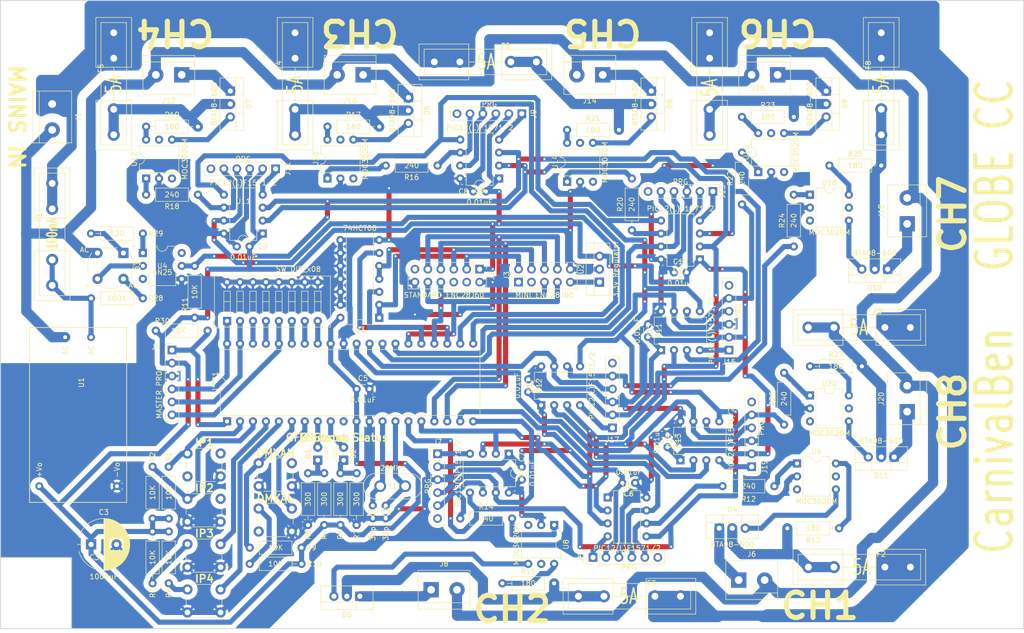
<source format=kicad_pcb>
(kicad_pcb (version 20221018) (generator pcbnew)
  (title_block (title "DMX to Ethernet Low Current Mains Dimmer") (date "2018-06-18") (rev "1"))
  (layers (0 "F.Cu" signal) (31 "B.Cu" signal) (34 "B.Paste" user) (35 "F.Paste" user) (36 "B.SilkS" user "B.Silkscreen") (37 "F.SilkS" user "F.Silkscreen") (38 "B.Mask" user) (39 "F.Mask" user) (44 "Edge.Cuts" user))
  (net 0 "")
  (net 1 "GND")
  (net 2 "5V")
  (net 3 "LIVE")
  (net 4 "Net-(D1-Pad1)")
  (net 5 "CFG_STATUS")
  (net 6 "Net-(D2-Pad1)")
  (net 7 "ETH_STATUS")
  (net 8 "NEUTRAL")
  (net 9 "Net-(D3-Pad1)")
  (net 10 "/INT")
  (net 11 "/RX")
  (net 12 "/DATACLK")
  (net 13 "/RESET")
  (net 14 "Net-(J2-Pad6)")
  (net 15 "/CS")
  (net 16 "/TX")
  (net 17 "Net-(J2-Pad11)")
  (net 18 "Net-(J5-Pad6)")
  (net 19 "Net-(R12-Pad2)")
  (net 20 "Net-(R13-Pad1)")
  (net 21 "Net-(U***1-Pad10)")
  (net 22 "Net-(U4-Pad3)")
  (net 23 "Net-(U4-Pad6)")
  (net 24 "Net-(U6-Pad5)")
  (net 25 "Net-(U6-Pad3)")
  (net 26 "Net-(J7-Pad6)")
  (net 27 "Net-(J9-Pad6)")
  (net 28 "Net-(J11-Pad6)")
  (net 29 "Net-(J13-Pad6)")
  (net 30 "Net-(J15-Pad6)")
  (net 31 "Net-(J17-Pad6)")
  (net 32 "Net-(J19-Pad6)")
  (net 33 "ZC")
  (net 34 "Net-(R14-Pad2)")
  (net 35 "Net-(R15-Pad1)")
  (net 36 "Net-(R16-Pad2)")
  (net 37 "Net-(R17-Pad1)")
  (net 38 "Net-(R18-Pad2)")
  (net 39 "Net-(R19-Pad1)")
  (net 40 "Net-(R20-Pad2)")
  (net 41 "Net-(R21-Pad1)")
  (net 42 "Net-(R22-Pad2)")
  (net 43 "Net-(R23-Pad1)")
  (net 44 "Net-(R24-Pad2)")
  (net 45 "Net-(R25-Pad1)")
  (net 46 "Net-(R26-Pad2)")
  (net 47 "Net-(R27-Pad1)")
  (net 48 "CHNCLK")
  (net 49 "CHNDATA")
  (net 50 "Net-(U8-Pad5)")
  (net 51 "Net-(U8-Pad3)")
  (net 52 "Net-(U10-Pad5)")
  (net 53 "Net-(U10-Pad3)")
  (net 54 "Net-(U12-Pad5)")
  (net 55 "Net-(U12-Pad3)")
  (net 56 "Net-(U14-Pad5)")
  (net 57 "Net-(U14-Pad3)")
  (net 58 "Net-(U16-Pad5)")
  (net 59 "Net-(U16-Pad3)")
  (net 60 "Net-(U18-Pad5)")
  (net 61 "Net-(U18-Pad3)")
  (net 62 "Net-(U20-Pad5)")
  (net 63 "Net-(U20-Pad3)")
  (net 64 "Net-(R29-Pad1)")
  (net 65 "Net-(J2-Pad4)")
  (net 66 "Net-(J3-Pad1)")
  (net 67 "Net-(J3-Pad3)")
  (net 68 "Net-(J3-Pad9)")
  (net 69 "/OSC1")
  (net 70 "/OSC2")
  (net 71 "/ZC_SIG")
  (net 72 "/ZC_RETURN")
  (net 73 "/Channel 1/MT2")
  (net 74 "/Channel 1/MT1")
  (net 75 "/Channel 1/GATE")
  (net 76 "/Channel 2/MT2")
  (net 77 "/Channel 2/MT1")
  (net 78 "/Channel 2/GATE")
  (net 79 "/Channel 3/MT2")
  (net 80 "/Channel 3/MT1")
  (net 81 "/Channel 3/GATE")
  (net 82 "/Channel 4/MT2")
  (net 83 "/Channel 4/MT1")
  (net 84 "/Channel 4/GATE")
  (net 85 "/Channel 5/MT2")
  (net 86 "/Channel 5/MT1")
  (net 87 "/Channel 5/GATE")
  (net 88 "/Channel 6/MT2")
  (net 89 "/Channel 6/MT1")
  (net 90 "/Channel 6/GATE")
  (net 91 "/Channel 7/MT2")
  (net 92 "/Channel 7/MT1")
  (net 93 "/Channel 7/GATE")
  (net 94 "/Channel 8/MT2")
  (net 95 "/Channel 8/MT1")
  (net 96 "/Channel 8/GATE")
  (net 97 "/FUSED_LIVE")
  (net 98 "/MCLR")
  (net 99 "/IP1")
  (net 100 "/IP2")
  (net 101 "/IP3")
  (net 102 "/IP4")
  (net 103 "/DMXAH")
  (net 104 "/DMXAL")
  (net 105 "/BIT5")
  (net 106 "/BIT4")
  (net 107 "/BIT2")
  (net 108 "/BIT1")
  (net 109 "/BIT0")
  (net 110 "/RX5v")
  (net 111 "/INT5v")
  (net 112 "/BIT7")
  (net 113 "/BIT6")
  (net 114 "/BIT3")
  (net 115 "Net-(J5-Pad1)")
  (net 116 "/CH1")
  (net 117 "Net-(J5-Pad5)")
  (net 118 "Net-(J7-Pad1)")
  (net 119 "/CH2")
  (net 120 "Net-(J7-Pad5)")
  (net 121 "Net-(J9-Pad1)")
  (net 122 "/CH3")
  (net 123 "Net-(J9-Pad5)")
  (net 124 "Net-(J11-Pad1)")
  (net 125 "/CH4")
  (net 126 "Net-(J11-Pad5)")
  (net 127 "Net-(J13-Pad1)")
  (net 128 "/CH5")
  (net 129 "Net-(J13-Pad5)")
  (net 130 "Net-(J15-Pad1)")
  (net 131 "/CH6")
  (net 132 "Net-(J15-Pad5)")
  (net 133 "Net-(J17-Pad1)")
  (net 134 "/CH7")
  (net 135 "Net-(J17-Pad5)")
  (net 136 "Net-(J19-Pad1)")
  (net 137 "/CH8")
  (net 138 "Net-(J19-Pad5)")
  (net 139 "Net-(R3-Pad1)")
  (net 140 "Net-(R8-Pad1)")
  (net 141 "Net-(R10-Pad1)")
  (net 142 "Net-(SW1-Pad3)")
  (net 143 "Net-(SW2-Pad2)")
  (net 144 "Net-(SW5-Pad2)")
  (net 145 "Net-(SW6-Pad3)")
  (net 146 "Net-(SW1-Pad2)")
  (footprint "Capacitors_THT:C_Disc_D3.0mm_W1.6mm_P2.50mm" (layer "F.Cu") (at 90.805 116.84 -90)
    (fp_text reference "C1")
    (fp_text value "33pF")
  )
  (footprint "Capacitors_THT:C_Disc_D3.0mm_W1.6mm_P2.50mm" (layer "F.Cu") (at 93.345 116.84 -90)
    (fp_text reference "C2")
    (fp_text value "33pF")
  )
  (footprint "Capacitors_THT:CP_Radial_D10.0mm_P5.00mm" (layer "F.Cu") (at 35.56 124.46)
    (fp_text reference "C3")
    (fp_text value "1000uF")
  )
  (footprint "Capacitors_THT:C_Disc_D3.0mm_W1.6mm_P2.50mm" (layer "F.Cu") (at 87.63 93.98)
    (fp_text reference "C5")
    (fp_text value "0.01uF")
  )
  (footprint "Capacitors_THT:C_Disc_D3.0mm_W1.6mm_P2.50mm" (layer "F.Cu") (at 142.24 112.395 180)
    (fp_text reference "C6")
    (fp_text value "0.01uF")
  )
  (footprint "LEDs:LED_D3.0mm" (layer "F.Cu") (at 80.01 107.95 90)
    (fp_text reference "D1")
    (fp_text value "CFG Status")
  )
  (footprint "LEDs:LED_D3.0mm" (layer "F.Cu") (at 85.09 107.95 90)
    (fp_text reference "D2")
    (fp_text value "Ethernet Status")
  )
  (footprint "TO_SOT_Packages_THT:TO-220-3_Vertical" (layer "F.Cu") (at 158.75 121.285)
    (fp_text reference "D4")
    (fp_text value "BTA08-600")
  )
  (footprint "Connectors_Terminal_Blocks:TerminalBlock_bornier-2_P5.08mm" (layer "F.Cu") (at 27.94 38.1 -90)
    (fp_text reference "J1")
    (fp_text value "MAINS IN" hide)
  )
  (footprint "Pin_Headers:Pin_Header_Straight_2x06_Pitch2.54mm" (layer "F.Cu") (at 111.76 70.485 -90)
    (fp_text reference "J2")
    (fp_text value "STANDARD ENC28J60")
  )
  (footprint "Pin_Headers:Pin_Header_Straight_2x05_Pitch2.54mm" (layer "F.Cu") (at 119.38 73.025 90)
    (fp_text reference "J3")
    (fp_text value "MINI ENC28J60")
  )
  (footprint "Pin_Headers:Pin_Header_Straight_1x06_Pitch2.54mm" (layer "F.Cu") (at 51.435 86.36)
    (fp_text reference "J4")
    (fp_text value "MASTER PROG")
  )
  (footprint "Pin_Headers:Pin_Header_Straight_1x06_Pitch2.54mm" (layer "F.Cu") (at 133.985 127 90)
    (fp_text reference "J5")
    (fp_text value "PRG")
  )
  (footprint "Connectors_Terminal_Blocks:TerminalBlock_bornier-2_P5.08mm" (layer "F.Cu") (at 162.56 131.445)
    (fp_text reference "J6")
    (fp_text value "LOAD")
  )
  (footprint "Buttons_Switches_THT:SW_DIP_x8_W7.62mm_Slide" (layer "F.Cu") (at 62.23 80.645 90)
    (fp_text reference "SW7" hide)
    (fp_text value "SW_DIP_x08")
  )
  (footprint "TO_SOT_Packages_THT:TO-220-3_Vertical" (layer "F.Cu") (at 135.255 73.025 90)
    (fp_text reference "U2")
    (fp_text value "3.3v Regulator")
  )
  (footprint "Housings_DIP:DIP-14_W7.62mm" (layer "F.Cu") (at 92.075 80.01 180)
    (fp_text reference "U3")
    (fp_text value "74HCT08")
  )
  (footprint "Housings_DIP:DIP-6_W7.62mm" (layer "F.Cu") (at 45.72 67.31)
    (fp_text reference "U4")
    (fp_text value "4N25")
  )
  (footprint "Housings_DIP:DIP-8_W7.62mm" (layer "F.Cu") (at 136.8425 115.2525)
    (fp_text reference "U5")
    (fp_text value "PIC12(L)F1571/2")
  )
  (footprint "Housings_DIP:DIP-6_W7.62mm" (layer "F.Cu") (at 173.99 108.585)
    (fp_text reference "U6")
    (fp_text value "MOC3020M")
  )
  (footprint "Crystals:Crystal_HC50_Vertical" (layer "F.Cu") (at 97.155 113.03 180)
    (fp_text reference "Y1")
    (fp_text value "20MHz")
  )
  (footprint "Capacitors_THT:C_Disc_D3.0mm_W1.6mm_P2.50mm" (layer "F.Cu") (at 120.015 111.76 90)
    (fp_text reference "C7")
    (fp_text value "0.01uF")
  )
  (footprint "Capacitors_THT:C_Disc_D3.0mm_W1.6mm_P2.50mm" (layer "F.Cu") (at 110.49 55.245)
    (fp_text reference "C8")
    (fp_text value "0.01uF")
  )
  (footprint "Capacitors_THT:C_Disc_D3.0mm_W1.6mm_P2.50mm" (layer "F.Cu") (at 64.135 66.04)
    (fp_text reference "C9")
    (fp_text value "0.01uF")
  )
  (footprint "Capacitors_THT:C_Disc_D3.0mm_W1.6mm_P2.50mm" (layer "F.Cu") (at 149.86 71.12)
    (fp_text reference "C10")
    (fp_text value "0.01uF")
  )
  (footprint "Capacitors_THT:C_Disc_D3.0mm_W1.6mm_P2.50mm" (layer "F.Cu") (at 144.78 81.28 -90)
    (fp_text reference "C11")
    (fp_text value "0.01uF")
  )
  (footprint "Capacitors_THT:C_Disc_D3.0mm_W1.6mm_P2.50mm" (layer "F.Cu") (at 121.285 92.075 -90)
    (fp_text reference "C12")
    (fp_text value "0.01uF")
  )
  (footprint "Capacitors_THT:C_Disc_D3.0mm_W1.6mm_P2.50mm" (layer "F.Cu") (at 148.59 102.87 -90)
    (fp_text reference "C13")
    (fp_text value "0.01uF")
  )
  (footprint "TO_SOT_Packages_THT:TO-220-3_Vertical" (layer "F.Cu") (at 88.265 134.62 180)
    (fp_text reference "D5")
    (fp_text value "BTA08-600")
  )
  (footprint "TO_SOT_Packages_THT:TO-220-3_Vertical" (layer "F.Cu") (at 97.79 36.83 -90)
    (fp_text reference "D6")
    (fp_text value "BTA08-600")
  )
  (footprint "TO_SOT_Packages_THT:TO-220-3_Vertical" (layer "F.Cu") (at 62.865 35.56 -90)
    (fp_text reference "D7")
    (fp_text value "BTA08-600")
  )
  (footprint "TO_SOT_Packages_THT:TO-220-3_Vertical" (layer "F.Cu") (at 145.415 35.56 -90)
    (fp_text reference "D8")
    (fp_text value "BTA08-600")
  )
  (footprint "TO_SOT_Packages_THT:TO-220-3_Vertical" (layer "F.Cu") (at 179.705 35.56 -90)
    (fp_text reference "D9")
    (fp_text value "BTA08-600")
  )
  (footprint "TO_SOT_Packages_THT:TO-220-3_Vertical" (layer "F.Cu") (at 191.77 70.485 180)
    (fp_text reference "D10")
    (fp_text value "BTA08-600")
  )
  (footprint "TO_SOT_Packages_THT:TO-220-3_Vertical" (layer "F.Cu") (at 193.04 107.315 180)
    (fp_text reference "D11")
    (fp_text value "BTA08-600")
  )
  (footprint "Fuse_Holders_and_Fuses:Fuseholder5x20_horiz_open_inline_Type-I" (layer "F.Cu") (at 27.94 73.66 90)
    (fp_text reference "F1")
    (fp_text value "100mA")
  )
  (footprint "Fuse_Holders_and_Fuses:Fuseholder5x20_horiz_open_inline_Type-I" (layer "F.Cu") (at 196.215 128.905 180)
    (fp_text reference "F2")
    (fp_text value "5A")
  )
  (footprint "Fuse_Holders_and_Fuses:Fuseholder5x20_horiz_open_inline_Type-I" (layer "F.Cu") (at 151.13 134.62 180)
    (fp_text reference "F3")
    (fp_text value "5A")
  )
  (footprint "Fuse_Holders_and_Fuses:Fuseholder5x20_horiz_open_inline_Type-I" (layer "F.Cu") (at 75.565 24.13 -90)
    (fp_text reference "F4")
    (fp_text value "5A")
  )
  (footprint "Fuse_Holders_and_Fuses:Fuseholder5x20_horiz_open_inline_Type-I" (layer "F.Cu") (at 40.005 24.13 -90)
    (fp_text reference "F5")
    (fp_text value "5A")
  )
  (footprint "Fuse_Holders_and_Fuses:Fuseholder5x20_horiz_open_inline_Type-I" (layer "F.Cu") (at 102.87 29.845)
    (fp_text reference "F6")
    (fp_text value "5A")
  )
  (footprint "Fuse_Holders_and_Fuses:Fuseholder5x20_horiz_open_inline_Type-I" (layer "F.Cu") (at 156.845 24.13 -90)
    (fp_text reference "F7")
    (fp_text value "5A")
  )
  (footprint "Fuse_Holders_and_Fuses:Fuseholder5x20_horiz_open_inline_Type-I" (layer "F.Cu") (at 190.5 24.13 -90)
    (fp_text reference "F8")
    (fp_text value "5A")
  )
  (footprint "Fuse_Holders_and_Fuses:Fuseholder5x20_horiz_open_inline_Type-I" (layer "F.Cu") (at 196.215 81.915 180)
    (fp_text reference "F9")
    (fp_text value "5A")
  )
  (footprint "Pin_Headers:Pin_Header_Straight_1x06_Pitch2.54mm" (layer "F.Cu") (at 103.505 106.68)
    (fp_text reference "J7")
    (fp_text value "PRG")
  )
  (footprint "Connectors_Terminal_Blocks:TerminalBlock_bornier-2_P5.08mm" (layer "F.Cu") (at 102.235 133.35)
    (fp_text reference "J8")
    (fp_text value "LOAD")
  )
  (footprint "Pin_Headers:Pin_Header_Straight_1x06_Pitch2.54mm" (layer "F.Cu") (at 120.015 40.005 -90)
    (fp_text reference "J9")
    (fp_text value "PRG")
  )
  (footprint "Connectors_Terminal_Blocks:TerminalBlock_bornier-2_P5.08mm" (layer "F.Cu") (at 88.9 32.385 180)
    (fp_text reference "J10")
    (fp_text value "LOAD")
  )
  (footprint "Pin_Headers:Pin_Header_Straight_1x06_Pitch2.54mm" (layer "F.Cu") (at 71.755 50.8 -90)
    (fp_text reference "J11")
    (fp_text value "PRG")
  )
  (footprint "Connectors_Terminal_Blocks:TerminalBlock_bornier-2_P5.08mm" (layer "F.Cu") (at 53.34 32.385 180)
    (fp_text reference "J12")
    (fp_text value "LOAD" hide)
  )
  (footprint "Pin_Headers:Pin_Header_Straight_1x06_Pitch2.54mm" (layer "F.Cu") (at 157.48 55.245 -90)
    (fp_text reference "J13")
    (fp_text value "PRG")
  )
  (footprint "Connectors_Terminal_Blocks:TerminalBlock_bornier-2_P5.08mm" (layer "F.Cu") (at 135.89 32.385 180)
    (fp_text reference "J14")
    (fp_text value "LOAD")
  )
  (footprint "Pin_Headers:Pin_Header_Straight_1x06_Pitch2.54mm" (layer "F.Cu") (at 160.655 86.36 180)
    (fp_text reference "J15")
    (fp_text value "PRG")
  )
  (footprint "Connectors_Terminal_Blocks:TerminalBlock_bornier-2_P5.08mm" (layer "F.Cu") (at 170.18 32.385 180)
    (fp_text reference "J16")
    (fp_text value "LOAD")
  )
  (footprint "Pin_Headers:Pin_Header_Straight_1x06_Pitch2.54mm" (layer "F.Cu") (at 137.795 101.6 180)
    (fp_text reference "J17")
    (fp_text value "PRG")
  )
  (footprint "Connectors_Terminal_Blocks:TerminalBlock_bornier-2_P5.08mm" (layer "F.Cu") (at 195.58 61.595 90)
    (fp_text reference "J18")
    (fp_text value "LOAD")
  )
  (footprint "Pin_Headers:Pin_Header_Straight_1x06_Pitch2.54mm" (layer "F.Cu") (at 165.1 109.22 180)
    (fp_text reference "J19")
    (fp_text value "PRG")
  )
  (footprint "Connectors_Terminal_Blocks:TerminalBlock_bornier-2_P5.08mm" (layer "F.Cu") (at 195.58 98.425 90)
    (fp_text reference "J20")
    (fp_text value "LOAD")
  )
  (footprint "Resistors_THT:R_Axial_DIN0207_L6.3mm_D2.5mm_P10.16mm_Horizontal" (layer "F.Cu") (at 103.505 50.165 180)
    (fp_text reference "R16")
    (fp_text value "240")
  )
  (footprint "Resistors_THT:R_Axial_DIN0207_L6.3mm_D2.5mm_P10.16mm_Horizontal" (layer "F.Cu") (at 81.915 42.545)
    (fp_text reference "R17")
    (fp_text value "180")
  )
  (footprint "Resistors_THT:R_Axial_DIN0207_L6.3mm_D2.5mm_P10.16mm_Horizontal" (layer "F.Cu") (at 56.515 55.88 180)
    (fp_text reference "R18")
    (fp_text value "240")
  )
  (footprint "Resistors_THT:R_Axial_DIN0207_L6.3mm_D2.5mm_P10.16mm_Horizontal" (layer "F.Cu") (at 46.355 42.545)
    (fp_text reference "R19")
    (fp_text value "180")
  )
  (footprint "Resistors_THT:R_Axial_DIN0207_L6.3mm_D2.5mm_P10.16mm_Horizontal" (layer "F.Cu") (at 141.605 62.865 90)
    (fp_text reference "R20")
    (fp_text value "240")
  )
  (footprint "Resistors_THT:R_Axial_DIN0207_L6.3mm_D2.5mm_P10.16mm_Horizontal" (layer "F.Cu") (at 128.905 43.18)
    (fp_text reference "R21")
    (fp_text value "180")
  )
  (footprint "Resistors_THT:R_Axial_DIN0207_L6.3mm_D2.5mm_P10.16mm_Horizontal" (layer "F.Cu") (at 163.195 57.785 90)
    (fp_text reference "R22")
    (fp_text value "240")
  )
  (footprint "Resistors_THT:R_Axial_DIN0207_L6.3mm_D2.5mm_P10.16mm_Horizontal" (layer "F.Cu") (at 163.195 40.64)
    (fp_text reference "R23")
    (fp_text value "180")
  )
  (footprint "Resistors_THT:R_Axial_DIN0207_L6.3mm_D2.5mm_P10.16mm_Horizontal" (layer "F.Cu") (at 173.355 66.04 90)
    (fp_text reference "R24")
    (fp_text value "240")
  )
  (footprint "Resistors_THT:R_Axial_DIN0207_L6.3mm_D2.5mm_P10.16mm_Horizontal" (layer "F.Cu") (at 180.34 50.165)
    (fp_text reference "R25")
    (fp_text value "180")
  )
  (footprint "Resistors_THT:R_Axial_DIN0207_L6.3mm_D2.5mm_P10.16mm_Horizontal" (layer "F.Cu") (at 171.45 100.965 90)
    (fp_text reference "R26")
    (fp_text value "240")
  )
  (footprint "Resistors_THT:R_Axial_DIN0207_L6.3mm_D2.5mm_P10.16mm_Horizontal" (layer "F.Cu") (at 176.53 89.535)
    (fp_text reference "R27")
    (fp_text value "180")
  )
  (footprint "Housings_DIP:DIP-8_W7.62mm" (layer "F.Cu") (at 117.475 106.68 -90)
    (fp_text reference "U7")
    (fp_text value "PIC12(L)F1571/2")
  )
  (footprint "Housings_DIP:DIP-6_W7.62mm" (layer "F.Cu") (at 126.365 120.65 -90)
    (fp_text reference "U8")
    (fp_text value "MOC3020M")
  )
  (footprint "Housings_DIP:DIP-8_W7.62mm" (layer "F.Cu") (at 115.57 52.705 180)
    (fp_text reference "U9")
    (fp_text value "PIC12(L)F1571/2")
  )
  (footprint "Housings_DIP:DIP-6_W7.62mm" (layer "F.Cu") (at 81.915 52.705 90)
    (fp_text reference "U10")
    (fp_text value "MOC3020M")
  )
  (footprint "Housings_DIP:DIP-8_W7.62mm" (layer "F.Cu") (at 69.215 63.5 180)
    (fp_text reference "U11")
    (fp_text value "PIC12(L)F1571/2")
  )
  (footprint "Housings_DIP:DIP-6_W7.62mm" (layer "F.Cu") (at 46.355 52.705 90)
    (fp_text reference "U12")
    (fp_text value "MOC3020M")
  )
  (footprint "Housings_DIP:DIP-8_W7.62mm" (layer "F.Cu") (at 154.94 68.58 180)
    (fp_text reference "U13")
    (fp_text value "PIC12(L)F1571/2")
  )
  (footprint "Housings_DIP:DIP-6_W7.62mm" (layer "F.Cu") (at 128.905 53.34 90)
    (fp_text reference "U14")
    (fp_text value "MOC3020M")
  )
  (footprint "Housings_DIP:DIP-8_W7.62mm" (layer "F.Cu") (at 147.32 86.36 90)
    (fp_text reference "U15")
    (fp_text value "PIC12(L)F1571/2")
  )
  (footprint "Housings_DIP:DIP-6_W7.62mm" (layer "F.Cu") (at 166.37 51.435 90)
    (fp_text reference "U16")
    (fp_text value "MOC3020M")
  )
  (footprint "Housings_DIP:DIP-8_W7.62mm" (layer "F.Cu") (at 123.825 97.155 90)
    (fp_text reference "U17")
    (fp_text value "PIC12(L)F1571/2")
  )
  (footprint "Housings_DIP:DIP-6_W7.62mm" (layer "F.Cu") (at 176.53 55.88)
    (fp_text reference "U18")
    (fp_text value "MOC3020M")
  )
  (footprint "Housings_DIP:DIP-8_W7.62mm" (layer "F.Cu") (at 151.13 107.95 90)
    (fp_text reference "U19")
    (fp_text value "PIC12(L)F1571/2")
  )
  (footprint "Housings_DIP:DIP-6_W7.62mm" (layer "F.Cu") (at 176.53 95.25)
    (fp_text reference "U20")
    (fp_text value "MOC3020M")
  )
  (footprint "Mounting_Holes:MountingHole_4.3mm_M4" (layer "F.Cu") (at 210.82 25.4)
    (fp_text reference "")
    (fp_text value "")
  )
  (footprint "Resistors_THT:R_Axial_DIN0207_L6.3mm_D2.5mm_P10.16mm_Horizontal" (layer "F.Cu") (at 50.8 109.22 -90)
    (fp_text reference "R1")
    (fp_text value "10K")
  )
  (footprint "Resistors_THT:R_Axial_DIN0207_L6.3mm_D2.5mm_P10.16mm_Horizontal" (layer "F.Cu") (at 47.625 109.22 -90)
    (fp_text reference "R2")
    (fp_text value "10K")
  )
  (footprint "Resistors_THT:R_Axial_DIN0207_L6.3mm_D2.5mm_P10.16mm_Horizontal" (layer "F.Cu") (at 47.625 132.08 90)
    (fp_text reference "R3")
    (fp_text value "10K")
  )
  (footprint "Resistors_THT:R_Axial_DIN0207_L6.3mm_D2.5mm_P10.16mm_Horizontal" (layer "F.Cu") (at 81.28 120.65 90)
    (fp_text reference "R4")
    (fp_text value "300")
  )
  (footprint "Resistors_THT:R_Axial_DIN0207_L6.3mm_D2.5mm_P10.16mm_Horizontal" (layer "F.Cu") (at 78.105 120.65 90)
    (fp_text reference "R5")
    (fp_text value "300")
  )
  (footprint "Resistors_THT:R_Axial_DIN0207_L6.3mm_D2.5mm_P10.16mm_Horizontal" (layer "F.Cu") (at 84.455 120.65 90)
    (fp_text reference "R6")
    (fp_text value "300")
  )
  (footprint "Resistors_THT:R_Axial_DIN0207_L6.3mm_D2.5mm_P10.16mm_Horizontal" (layer "F.Cu") (at 87.63 120.65 90)
    (fp_text reference "R7")
    (fp_text value "300")
  )
  (footprint "Resistors_THT:R_Axial_DIN0207_L6.3mm_D2.5mm_P10.16mm_Horizontal" (layer "F.Cu") (at 50.8 132.08 90)
    (fp_text reference "R8")
    (fp_text value "10K")
  )
  (footprint "Resistors_THT:R_Axial_DIN0207_L6.3mm_D2.5mm_P10.16mm_Horizontal" (layer "F.Cu") (at 66.675 125.095)
    (fp_text reference "R9")
    (fp_text value "10K")
  )
  (footprint "Resistors_THT:R_Axial_DIN0207_L6.3mm_D2.5mm_P10.16mm_Horizontal" (layer "F.Cu") (at 66.675 128.27)
    (fp_text reference "R10")
    (fp_text value "10K")
  )
  (footprint "Resistors_THT:R_Axial_DIN0207_L6.3mm_D2.5mm_P10.16mm_Horizontal" (layer "F.Cu") (at 55.88 80.01 90)
    (fp_text reference "R11")
    (fp_text value "10K")
  )
  (footprint "Resistors_THT:R_Axial_DIN0207_L6.3mm_D2.5mm_P10.16mm_Horizontal" (layer "F.Cu") (at 159.385 113.03)
    (fp_text reference "R12")
    (fp_text value "240")
  )
  (footprint "Resistors_THT:R_Axial_DIN0207_L6.3mm_D2.5mm_P10.16mm_Horizontal" (layer "F.Cu") (at 182.245 121.285 180)
    (fp_text reference "R13")
    (fp_text value "180")
  )
  (footprint "Resistors_THT:R_Axial_DIN0207_L6.3mm_D2.5mm_P10.16mm_Horizontal" (layer "F.Cu") (at 107.95 119.38)
    (fp_text reference "R14")
    (fp_text value "240")
  )
  (footprint "Resistors_THT:R_Axial_DIN0207_L6.3mm_D2.5mm_P10.16mm_Horizontal" (layer "F.Cu") (at 116.205 132.08)
    (fp_text reference "R15")
    (fp_text value "180")
  )
  (footprint "Resistors_THT:R_Axial_DIN0207_L6.3mm_D2.5mm_P10.16mm_Horizontal" (layer "F.Cu") (at 45.72 76.2 180)
    (fp_text reference "R28")
    (fp_text value "100K")
  )
  (footprint "Resistors_THT:R_Axial_DIN0207_L6.3mm_D2.5mm_P10.16mm_Horizontal" (layer "F.Cu") (at 45.72 63.5 180)
    (fp_text reference "R29")
    (fp_text value "120")
  )
  (footprint "Mounting_Holes:MountingHole_4.3mm_M4" (layer "F.Cu") (at 25.4 133.35)
    (fp_text reference "")
    (fp_text value "")
  )
  (footprint "Mounting_Holes:MountingHole_4.3mm_M4" (layer "F.Cu") (at 25.4 25.4)
    (fp_text reference "")
    (fp_text value "")
  )
  (footprint "Mounting_Holes:MountingHole_4.3mm_M4" (layer "F.Cu") (at 210.82 133.35)
    (fp_text reference "")
    (fp_text value "")
  )
  (footprint "CarnivalBen:Diode_Bridge_W08" (layer "F.Cu") (at 41.91 67.31 -90)
    (fp_text reference "D3")
    (fp_text value "BRIDGE")
  )
  (footprint "CarnivalBen:SW_PUSH_6mm_4pin" (layer "F.Cu") (at 60.96 111.125 180)
    (fp_text reference "SW1" hide)
    (fp_text value "IP1")
  )
  (footprint "CarnivalBen:SW_PUSH_6mm_4pin" (layer "F.Cu") (at 60.96 120.015 180)
    (fp_text reference "SW2" hide)
    (fp_text value "IP2")
  )
  (footprint "CarnivalBen:SW_PUSH_6mm_4pin" (layer "F.Cu") (at 60.96 128.905 180)
    (fp_text reference "SW3" hide)
    (fp_text value "IP3")
  )
  (footprint "CarnivalBen:SW_PUSH_6mm_4pin" (layer "F.Cu") (at 60.96 137.795 180)
    (fp_text reference "SW4" hide)
    (fp_text value "IP4")
  )
  (footprint "CarnivalBen:SW_PUSH_6mm_4pin" (layer "F.Cu") (at 74.93 113.03 180)
    (fp_text reference "SW5" hide)
    (fp_text value "DMXAH")
  )
  (footprint "CarnivalBen:SW_PUSH_6mm_4pin" (layer "F.Cu") (at 74.93 121.92 180)
    (fp_text reference "SW6" hide)
    (fp_text value "DMXAL")
  )
  (footprint "Housings_DIP:DIP-40_W15.24mm" (layer "F.Cu") (at 62.23 100.33 90)
    (fp_text reference "U***1")
    (fp_text value "PIC16F877A")
  )
  (footprint "CarnivalBen:HLK-PM01" (layer "F.Cu") (at 40.64 113.03 -90)
    (fp_text reference "U1")
    (fp_text value "PSU-5VDC")
  )
  (footprint "Resistors_THT:R_Axial_DIN0207_L6.3mm_D2.5mm_P10.16mm_Horizontal" (layer "F.Cu") (at 58.42 82.55 180)
    (fp_text reference "R30")
    (fp_text value "10K")
  )
  (gr_line (start 17.78 17.78) (end 218.44 17.78) (stroke (width 0.15)) (layer "Edge.Cuts"))
  (gr_line (start 218.44 140.97) (end 218.44 17.78) (stroke (width 0.15)) (layer "Edge.Cuts"))
  (gr_line (start 17.78 140.97) (end 218.44 140.97) (stroke (width 0.15)) (layer "Edge.Cuts"))
  (gr_line (start 17.78 17.78) (end 17.78 140.97) (stroke (width 0.15)) (layer "Edge.Cuts"))
  (gr_text "CH4" (at 52.07 24.13 180) (layer "F.SilkS") (effects (font (size 5 5) (thickness 1))))
  (gr_text "CarnivalBen" (at 212.725 104.14 90) (layer "F.SilkS") (effects (font (size 7 5) (thickness 0.8))))
  (gr_text "CH6" (at 170.18 24.13 180) (layer "F.SilkS") (effects (font (size 5 5) (thickness 1))))
  (gr_text "CH1" (at 178.435 136.525) (layer "F.SilkS") (effects (font (size 5 5) (thickness 1))))
  (gr_text "CH8" (at 204.47 98.425 90) (layer "F.SilkS") (effects (font (size 5 5) (thickness 1))))
  (gr_text "CH3" (at 88.265 24.13 180) (layer "F.SilkS") (effects (font (size 5 5) (thickness 1))))
  (gr_text "MAINS IN" (at 20.955 40.64 270) (layer "F.SilkS") (effects (font (size 3 3) (thickness 0.6))))
  (gr_text "GLOBE CC" (at 212.725 52.07 90) (layer "F.SilkS") (effects (font (size 7 5) (thickness 0.8))))
  (gr_text "CH7" (at 204.47 59.69 90) (layer "F.SilkS") (effects (font (size 5 5) (thickness 1))))
  (gr_text "CH5" (at 135.89 24.13 180) (layer "F.SilkS") (effects (font (size 5 5) (thickness 1))))
  (gr_text "CH2" (at 118.11 137.16) (layer "F.SilkS") (effects (font (size 5 5) (thickness 1))))
  (segment (start 114.3 73.025) (end 114.3 78.105) (width 1) (layer "F.Cu") (net 1))
  (segment (start 107.95 79.375) (end 99.06 79.375) (width 1) (layer "F.Cu") (net 1))
  (segment (start 93.98 64.77) (end 93.98 54.61) (width 1) (layer "F.Cu") (net 1))
  (segment (start 129.54 55.245) (end 129.54 62.865) (width 1) (layer "F.Cu") (net 1))
  (segment (start 145.415 59.69) (end 145.415 68.58) (width 1) (layer "F.Cu") (net 1))
  (segment (start 147.955 50.165) (end 157.48 50.165) (width 1) (layer "F.Cu") (net 1))
  (segment (start 147.32 76.835) (end 147.32 71.755) (width 1) (layer "F.Cu") (net 1))
  (segment (start 140.335 97.79) (end 151.13 97.79) (width 1) (layer "F.Cu") (net 1))
  (segment (start 145.415 111.76) (end 145.415 103.505) (width 1) (layer "F.Cu") (net 1))
  (segment (start 120.015 118.745) (end 120.015 114.935) (width 1) (layer "F.Cu") (net 1))
  (segment (start 95.885 117.475) (end 100.965 117.475) (width 1) (layer "F.Cu") (net 1))
  (via (at 95.885 117.475) (size 0.6) (drill 0.4) (layers "F.Cu" "B.Cu") (net 1))
  (via (at 147.955 50.165) (size 0.6) (drill 0.4) (layers "F.Cu" "B.Cu") (net 1))
  (via (at 145.415 111.76) (size 0.6) (drill 0.4) (layers "F.Cu" "B.Cu") (net 1))
  (via (at 120.015 114.935) (size 0.6) (drill 0.4) (layers "F.Cu" "B.Cu") (net 1))
  (via (at 147.32 71.755) (size 0.6) (drill 0.4) (layers "F.Cu" "B.Cu") (net 1))
  (via (at 147.32 76.835) (size 0.6) (drill 0.4) (layers "F.Cu" "B.Cu") (net 1))
  (via (at 145.415 59.69) (size 0.6) (drill 0.4) (layers "F.Cu" "B.Cu") (net 1))
  (via (at 145.415 103.505) (size 0.6) (drill 0.4) (layers "F.Cu" "B.Cu") (net 1))
  (via (at 129.54 62.865) (size 0.6) (drill 0.4) (layers "F.Cu" "B.Cu") (net 1))
  (via (at 120.015 118.745) (size 0.6) (drill 0.4) (layers "F.Cu" "B.Cu") (net 1))
  (via (at 140.335 97.79) (size 0.6) (drill 0.4) (layers "F.Cu" "B.Cu") (net 1))
  (via (at 145.415 68.58) (size 0.6) (drill 0.4) (layers "F.Cu" "B.Cu") (net 1))
  (via (at 99.06 79.375) (size 0.6) (drill 0.4) (layers "F.Cu" "B.Cu") (net 1))
  (via (at 129.54 55.245) (size 0.6) (drill 0.4) (layers "F.Cu" "B.Cu") (net 1))
  (via (at 93.98 64.77) (size 0.6) (drill 0.4) (layers "F.Cu" "B.Cu") (net 1))
  (via (at 114.3 78.105) (size 0.6) (drill 0.4) (layers "F.Cu" "B.Cu") (net 1))
  (via (at 114.3 73.025) (size 0.6) (drill 0.4) (layers "F.Cu" "B.Cu") (net 1))
  (via (at 93.98 54.61) (size 0.6) (drill 0.4) (layers "F.Cu" "B.Cu") (net 1))
  (via (at 107.95 79.375) (size 0.6) (drill 0.4) (layers "F.Cu" "B.Cu") (net 1))
  (via (at 100.965 117.475) (size 0.6) (drill 0.4) (layers "F.Cu" "B.Cu") (net 1))
  (via (at 151.13 97.79) (size 0.6) (drill 0.4) (layers "F.Cu" "B.Cu") (net 1))
  (via (at 157.48 50.165) (size 0.6) (drill 0.4) (layers "F.Cu" "B.Cu") (net 1))
  (segment (start 58.42 113.665) (end 58.42 113.665) (width 1) (layer "B.Cu") (net 1))
  (segment (start 58.42 113.665) (end 58.42 120.65) (width 1) (layer "B.Cu") (net 1))
  (segment (start 58.42 137.795) (end 60.96 137.795) (width 1) (layer "B.Cu") (net 1))
  (segment (start 40.64 124.54) (end 40.56 124.46) (width 1) (layer "B.Cu") (net 1))
  (segment (start 78.105 118.745) (end 87.63 118.745) (width 1) (layer "B.Cu") (net 1))
  (segment (start 87.63 118.745) (end 87.63 119.38) (width 1) (layer "B.Cu") (net 1))
  (segment (start 87.63 113.665) (end 90.17 111.125) (width 1) (layer "B.Cu") (net 1))
  (segment (start 90.17 111.125) (end 90.17 100.33) (width 1) (layer "B.Cu") (net 1))
  (segment (start 90.805 119.34) (end 87.63 119.34) (width 1) (layer "B.Cu") (net 1))
  (segment (start 87.63 119.34) (end 87.63 119.38) (width 1) (layer "B.Cu") (net 1))
  (segment (start 87.63 119.38) (end 87.63 120.65) (width 1) (layer "B.Cu") (net 1))
  (segment (start 90.17 94.02) (end 90.13 93.98) (width 1) (layer "B.Cu") (net 1))
  (segment (start 85.09 88.94) (end 85.09 85.09) (width 1) (layer "B.Cu") (net 1))
  (segment (start 48.26 113.03) (end 54.46 119.23) (width 1) (layer "B.Cu") (net 1))
  (segment (start 54.46 119.23) (end 54.46 120.015) (width 1) (layer "B.Cu") (net 1))
  (segment (start 45.72 113.03) (end 48.26 113.03) (width 1) (layer "B.Cu") (net 1))
  (segment (start 77.47 73.025) (end 74.93 73.025) (width 1) (layer "B.Cu") (net 1))
  (segment (start 74.93 73.025) (end 72.39 73.025) (width 1) (layer "B.Cu") (net 1))
  (segment (start 72.39 73.025) (end 69.85 73.025) (width 1) (layer "B.Cu") (net 1))
  (segment (start 69.85 73.025) (end 67.31 73.025) (width 1) (layer "B.Cu") (net 1))
  (segment (start 67.31 73.025) (end 64.77 73.025) (width 1) (layer "B.Cu") (net 1))
  (segment (start 64.77 73.025) (end 62.23 73.025) (width 1) (layer "B.Cu") (net 1))
  (segment (start 62.23 73.025) (end 60.96 72.39) (width 1) (layer "B.Cu") (net 1))
  (segment (start 60.96 72.39) (end 53.34 72.39) (width 1) (layer "B.Cu") (net 1))
  (segment (start 84.455 73.025) (end 84.455 72.39) (width 1) (layer "B.Cu") (net 1))
  (segment (start 84.455 72.39) (end 84.455 69.85) (width 1) (layer "B.Cu") (net 1))
  (segment (start 84.455 69.85) (end 84.455 67.31) (width 1) (layer "B.Cu") (net 1))
  (segment (start 84.455 67.31) (end 84.455 64.77) (width 1) (layer "B.Cu") (net 1))
  (segment (start 84.455 74.93) (end 84.455 72.39) (width 1) (layer "B.Cu") (net 1))
  (segment (start 85.725 77.47) (end 86.36 78.105) (width 1) (layer "B.Cu") (net 1))
  (segment (start 86.36 78.105) (end 86.36 81.915) (width 1) (layer "B.Cu") (net 1))
  (segment (start 86.36 81.915) (end 85.09 83.185) (width 1) (layer "B.Cu") (net 1))
  (segment (start 85.09 83.185) (end 85.09 85.09) (width 1) (layer "B.Cu") (net 1))
  (segment (start 96.52 64.77) (end 96.52 73.025) (width 1) (layer "B.Cu") (net 1))
  (segment (start 96.52 73.025) (end 99.06 73.025) (width 1) (layer "B.Cu") (net 1))
  (segment (start 99.06 62.865) (end 129.54 62.865) (width 1) (layer "B.Cu") (net 1))
  (segment (start 129.54 62.865) (end 129.54 70.485) (width 1) (layer "B.Cu") (net 1))
  (segment (start 114.3 78.105) (end 107.95 78.105) (width 1) (layer "B.Cu") (net 1))
  (segment (start 107.95 78.105) (end 107.95 79.375) (width 1) (layer "B.Cu") (net 1))
  (segment (start 99.06 79.375) (end 99.06 73.025) (width 1) (layer "B.Cu") (net 1))
  (segment (start 51.435 63.5) (end 50.8 64.135) (width 1) (layer "B.Cu") (net 1))
  (segment (start 50.8 64.135) (end 50.8 72.39) (width 1) (layer "B.Cu") (net 1))
  (segment (start 50.8 72.39) (end 53.34 72.39) (width 1) (layer "B.Cu") (net 1))
  (segment (start 66.675 52.07) (end 66.04 52.705) (width 1) (layer "B.Cu") (net 1))
  (segment (start 66.04 52.705) (end 66.04 60.325) (width 1) (layer "B.Cu") (net 1))
  (segment (start 66.04 60.325) (end 62.23 64.135) (width 1) (layer "B.Cu") (net 1))
  (segment (start 62.23 64.135) (end 61.595 63.5) (width 1) (layer "B.Cu") (net 1))
  (segment (start 48.895 60.96) (end 51.435 63.5) (width 1) (layer "B.Cu") (net 1))
  (segment (start 114.935 40.64) (end 112.395 43.18) (width 1) (layer "B.Cu") (net 1))
  (segment (start 112.395 43.18) (end 112.395 50.8) (width 1) (layer "B.Cu") (net 1))
  (segment (start 112.395 50.8) (end 109.22 53.975) (width 1) (layer "B.Cu") (net 1))
  (segment (start 109.22 53.975) (end 110.49 55.245) (width 1) (layer "B.Cu") (net 1))
  (segment (start 84.455 54.61) (end 93.98 54.61) (width 1) (layer "B.Cu") (net 1))
  (segment (start 107.95 54.61) (end 108.585 54.61) (width 1) (layer "B.Cu") (net 1))
  (segment (start 108.585 54.61) (end 109.22 53.975) (width 1) (layer "B.Cu") (net 1))
  (segment (start 93.98 64.77) (end 96.52 64.77) (width 1) (layer "B.Cu") (net 1))
  (segment (start 93.98 54.61) (end 107.95 54.61) (width 1) (layer "B.Cu") (net 1))
  (segment (start 129.54 55.245) (end 131.445 55.245) (width 1) (layer "B.Cu") (net 1))
  (segment (start 131.445 53.34) (end 131.445 55.245) (width 1) (layer "B.Cu") (net 1))
  (segment (start 152.4 59.055) (end 151.765 59.69) (width 1) (layer "B.Cu") (net 1))
  (segment (start 151.765 59.69) (end 151.765 66.675) (width 1) (layer "B.Cu") (net 1))
  (segment (start 151.765 66.675) (end 148.59 69.85) (width 1) (layer "B.Cu") (net 1))
  (segment (start 148.59 69.85) (end 147.32 68.58) (width 1) (layer "B.Cu") (net 1))
  (segment (start 132.715 55.245) (end 137.16 59.69) (width 1) (layer "B.Cu") (net 1))
  (segment (start 137.16 59.69) (end 145.415 59.69) (width 1) (layer "B.Cu") (net 1))
  (segment (start 145.415 68.58) (end 147.32 68.58) (width 1) (layer "B.Cu") (net 1))
  (segment (start 158.75 81.28) (end 156.845 83.185) (width 1) (layer "B.Cu") (net 1))
  (segment (start 156.845 83.185) (end 147.955 83.185) (width 1) (layer "B.Cu") (net 1))
  (segment (start 147.955 83.185) (end 145.415 80.645) (width 1) (layer "B.Cu") (net 1))
  (segment (start 145.415 80.645) (end 147.32 78.74) (width 1) (layer "B.Cu") (net 1))
  (segment (start 152.4 52.07) (end 151.765 51.435) (width 1) (layer "B.Cu") (net 1))
  (segment (start 151.765 51.435) (end 149.225 51.435) (width 1) (layer "B.Cu") (net 1))
  (segment (start 149.225 51.435) (end 147.955 50.165) (width 1) (layer "B.Cu") (net 1))
  (segment (start 157.48 50.165) (end 162.56 50.165) (width 1) (layer "B.Cu") (net 1))
  (segment (start 162.56 50.165) (end 163.195 50.8) (width 1) (layer "B.Cu") (net 1))
  (segment (start 163.195 50.8) (end 163.195 52.07) (width 1) (layer "B.Cu") (net 1))
  (segment (start 163.195 52.07) (end 164.465 53.34) (width 1) (layer "B.Cu") (net 1))
  (segment (start 164.465 53.34) (end 168.275 53.34) (width 1) (layer "B.Cu") (net 1))
  (segment (start 168.275 53.34) (end 168.91 52.705) (width 1) (layer "B.Cu") (net 1))
  (segment (start 168.91 52.705) (end 168.91 51.435) (width 1) (layer "B.Cu") (net 1))
  (segment (start 147.32 71.755) (end 147.32 71.12) (width 1) (layer "B.Cu") (net 1))
  (segment (start 147.32 71.12) (end 148.59 69.85) (width 1) (layer "B.Cu") (net 1))
  (segment (start 171.45 58.42) (end 168.275 55.245) (width 1) (layer "B.Cu") (net 1))
  (segment (start 168.275 55.245) (end 168.275 53.34) (width 1) (layer "B.Cu") (net 1))
  (segment (start 136.525 96.52) (end 133.985 93.98) (width 1) (layer "B.Cu") (net 1))
  (segment (start 133.985 93.98) (end 124.46 93.98) (width 1) (layer "B.Cu") (net 1))
  (segment (start 124.46 93.98) (end 121.92 91.44) (width 1) (layer "B.Cu") (net 1))
  (segment (start 121.92 91.44) (end 123.825 89.535) (width 1) (layer "B.Cu") (net 1))
  (segment (start 163.195 104.14) (end 162.56 104.775) (width 1) (layer "B.Cu") (net 1))
  (segment (start 162.56 104.775) (end 151.765 104.775) (width 1) (layer "B.Cu") (net 1))
  (segment (start 151.765 104.775) (end 149.225 102.235) (width 1) (layer "B.Cu") (net 1))
  (segment (start 149.225 102.235) (end 151.13 100.33) (width 1) (layer "B.Cu") (net 1))
  (segment (start 141.605 96.52) (end 144.145 93.98) (width 1) (layer "B.Cu") (net 1))
  (segment (start 144.145 93.98) (end 144.145 85.725) (width 1) (layer "B.Cu") (net 1))
  (segment (start 144.145 85.725) (end 142.875 84.455) (width 1) (layer "B.Cu") (net 1))
  (segment (start 142.875 84.455) (end 142.875 83.185) (width 1) (layer "B.Cu") (net 1))
  (segment (start 142.875 83.185) (end 144.78 81.28) (width 1) (layer "B.Cu") (net 1))
  (segment (start 140.335 96.52) (end 141.605 96.52) (width 1) (layer "B.Cu") (net 1))
  (segment (start 151.13 97.79) (end 151.13 100.33) (width 1) (layer "B.Cu") (net 1))
  (segment (start 144.4625 114.6175) (end 143.51 113.665) (width 1) (layer "B.Cu") (net 1))
  (segment (start 139.065 125.095) (end 139.7 124.46) (width 1) (layer "B.Cu") (net 1))
  (segment (start 139.7 124.46) (end 139.7 117.475) (width 1) (layer "B.Cu") (net 1))
  (segment (start 139.7 117.475) (end 143.51 113.665) (width 1) (layer "B.Cu") (net 1))
  (segment (start 143.51 113.665) (end 142.24 112.395) (width 1) (layer "B.Cu") (net 1))
  (segment (start 145.415 103.505) (end 146.05 102.87) (width 1) (layer "B.Cu") (net 1))
  (segment (start 146.05 102.87) (end 148.59 102.87) (width 1) (layer "B.Cu") (net 1))
  (segment (start 97.155 64.77) (end 99.06 62.865) (width 1) (layer "B.Cu") (net 1))
  (segment (start 106.045 111.76) (end 107.95 109.855) (width 1) (layer "B.Cu") (net 1))
  (segment (start 107.95 109.855) (end 115.57 109.855) (width 1) (layer "B.Cu") (net 1))
  (segment (start 115.57 109.855) (end 118.745 113.03) (width 1) (layer "B.Cu") (net 1))
  (segment (start 118.745 113.03) (end 117.475 114.3) (width 1) (layer "B.Cu") (net 1))
  (segment (start 123.825 118.745) (end 120.015 118.745) (width 1) (layer "B.Cu") (net 1))
  (segment (start 120.015 114.935) (end 120.015 114.3) (width 1) (layer "B.Cu") (net 1))
  (segment (start 120.015 114.3) (end 118.745 113.03) (width 1) (layer "B.Cu") (net 1))
  (segment (start 94.02 119.34) (end 95.885 117.475) (width 1) (layer "B.Cu") (net 1))
  (segment (start 100.965 117.475) (end 100.965 111.76) (width 1) (layer "B.Cu") (net 1))
  (segment (start 100.965 111.76) (end 102.87 111.76) (width 1) (layer "B.Cu") (net 1))
  (segment (start 102.87 111.76) (end 103.505 111.76) (width 1) (layer "B.Cu") (net 1))
  (segment (start 58.42 120.015) (end 60.96 120.015) (width 1) (layer "B.Cu") (net 1))
  (segment (start 58.42 128.905) (end 60.96 128.905) (width 1) (layer "B.Cu") (net 1))
  (segment (start 40.56 128.19) (end 50.165 137.795) (width 1) (layer "B.Cu") (net 1))
  (segment (start 50.165 137.795) (end 54.46 137.795) (width 1) (layer "B.Cu") (net 1))
  (segment (start 76.2 120.65) (end 78.105 120.65) (width 1) (layer "B.Cu") (net 1))
  (segment (start 78.105 116.205) (end 78.105 118.745) (width 1) (layer "B.Cu") (net 1))
  (segment (start 74.93 120.65) (end 70.485 116.205) (width 1) (layer "B.Cu") (net 1))
  (segment (start 70.485 116.205) (end 70.485 115.085) (width 1) (layer "B.Cu") (net 1))
  (segment (start 70.485 115.085) (end 68.43 113.03) (width 1) (layer "B.Cu") (net 1))
  (segment (start 74.93 123.825) (end 60.96 137.795) (width 1) (layer "B.Cu") (net 1))
  (segment (start 175.26 97.79) (end 174.625 98.425) (width 1) (layer "B.Cu") (net 1))
  (segment (start 173.99 99.06) (end 173.99 104.14) (width 1) (layer "B.Cu") (net 1))
  (segment (start 173.99 104.14) (end 173.355 104.775) (width 1) (layer "B.Cu") (net 1))
  (segment (start 173.355 104.775) (end 170.688 104.775) (width 1) (layer "B.Cu") (net 1))
  (segment (start 168.91 104.775) (end 168.275 104.14) (width 1) (layer "B.Cu") (net 1))
  (segment (start 168.275 104.14) (end 165.1 104.14) (width 1) (layer "B.Cu") (net 1))
  (segment (start 173.101 111.125) (end 171.958 112.268) (width 1) (layer "B.Cu") (net 1))
  (segment (start 171.958 112.268) (end 171.958 113.792) (width 1) (layer "B.Cu") (net 1))
  (segment (start 171.958 113.792) (end 170.434 115.316) (width 1) (layer "B.Cu") (net 1))
  (segment (start 170.434 115.316) (end 168.402 115.316) (width 1) (layer "B.Cu") (net 1))
  (segment (start 168.402 115.316) (end 166.878 113.792) (width 1) (layer "B.Cu") (net 1))
  (segment (start 166.878 113.792) (end 166.878 112.268) (width 1) (layer "B.Cu") (net 1))
  (segment (start 166.878 112.268) (end 168.148 110.998) (width 1) (layer "B.Cu") (net 1))
  (segment (start 168.148 110.998) (end 168.148 109.982) (width 1) (layer "B.Cu") (net 1))
  (segment (start 168.148 109.982) (end 170.688 107.442) (width 1) (layer "B.Cu") (net 1))
  (segment (start 170.688 107.442) (end 170.688 104.775) (width 1) (layer "B.Cu") (net 1))
  (segment (start 170.688 104.775) (end 168.91 104.775) (width 1) (layer "B.Cu") (net 1))
  (segment (start 172.72 58.42) (end 171.45 58.42) (width 1) (layer "B.Cu") (net 1))
  (segment (start 174.625 98.425) (end 173.99 99.06) (width 1) (layer "B.Cu") (net 1))
  (segment (start 171.45 95.25) (end 170.18 93.98) (width 1) (layer "B.Cu") (net 1))
  (segment (start 170.18 93.98) (end 170.18 93.345) (width 1) (layer "B.Cu") (net 1))
  (segment (start 170.18 93.345) (end 168.91 92.075) (width 1) (layer "B.Cu") (net 1))
  (segment (start 168.91 92.075) (end 168.91 87.63) (width 1) (layer "B.Cu") (net 1))
  (segment (start 168.91 87.63) (end 170.18 86.36) (width 1) (layer "B.Cu") (net 1))
  (segment (start 170.18 86.36) (end 170.18 74.295) (width 1) (layer "B.Cu") (net 1))
  (segment (start 170.18 74.295) (end 177.165 67.31) (width 1) (layer "B.Cu") (net 1))
  (segment (start 177.165 67.31) (end 177.165 66.04) (width 1) (layer "B.Cu") (net 1))
  (segment (start 177.165 66.04) (end 173.355 62.23) (width 1) (layer "B.Cu") (net 1))
  (segment (start 173.355 62.23) (end 173.355 58.42) (width 1) (layer "B.Cu") (net 1))
  (segment (start 173.355 58.42) (end 172.72 58.42) (width 1) (layer "B.Cu") (net 1))
  (segment (start 53.34 73.66) (end 45.72 81.28) (width 1) (layer "B.Cu") (net 1))
  (segment (start 45.72 81.28) (end 45.72 88.9) (width 1) (layer "B.Cu") (net 1))
  (segment (start 45.72 88.9) (end 48.26 91.44) (width 1) (layer "B.Cu") (net 1))
  (segment (start 48.26 91.44) (end 51.435 91.44) (width 1) (layer "B.Cu") (net 1))
  (segment (start 137.795 96.52) (end 136.525 96.52) (width 1) (layer "B.Cu") (net 1))
  (segment (start 152.4 55.245) (end 152.4 59.055) (width 1) (layer "B.Cu") (net 1))
  (segment (start 84.455 77.47) (end 85.725 77.47) (width 1) (layer "B.Cu") (net 1))
  (segment (start 93.345 119.34) (end 94.02 119.34) (width 1) (layer "B.Cu") (net 1))
  (segment (start 148.59 102.87) (end 149.225 102.235) (width 1) (layer "B.Cu") (net 1))
  (segment (start 121.285 92.075) (end 121.92 91.44) (width 1) (layer "B.Cu") (net 1))
  (segment (start 111.76 73.025) (end 114.3 73.025) (width 1) (layer "B.Cu") (net 1))
  (segment (start 90.13 93.98) (end 85.09 88.94) (width 1) (layer "B.Cu") (net 1))
  (segment (start 92.075 64.77) (end 84.455 64.77) (width 1) (layer "B.Cu") (net 1))
  (segment (start 152.4 55.245) (end 152.4 52.07) (width 1) (layer "B.Cu") (net 1))
  (segment (start 58.42 120.65) (end 58.42 128.27) (width 1) (layer "B.Cu") (net 1))
  (segment (start 74.93 121.92) (end 74.93 120.65) (width 1) (layer "B.Cu") (net 1))
  (segment (start 92.075 64.77) (end 93.98 64.77) (width 1) (layer "B.Cu") (net 1))
  (segment (start 80.01 73.025) (end 77.47 73.025) (width 1) (layer "B.Cu") (net 1))
  (segment (start 96.52 64.77) (end 97.155 64.77) (width 1) (layer "B.Cu") (net 1))
  (segment (start 90.17 100.33) (end 90.17 94.02) (width 1) (layer "B.Cu") (net 1))
  (segment (start 64.135 66.04) (end 62.23 64.135) (width 1) (layer "B.Cu") (net 1))
  (segment (start 131.445 55.245) (end 132.715 55.245) (width 1) (layer "B.Cu") (net 1))
  (segment (start 74.93 121.92) (end 76.2 120.65) (width 1) (layer "B.Cu") (net 1))
  (segment (start 58.42 128.27) (end 58.42 137.795) (width 1) (layer "B.Cu") (net 1))
  (segment (start 54.46 128.905) (end 58.42 128.905) (width 1) (layer "B.Cu") (net 1))
  (segment (start 176.53 58.42) (end 173.355 58.42) (width 1) (layer "B.Cu") (net 1))
  (segment (start 40.56 124.46) (end 40.56 128.19) (width 1) (layer "B.Cu") (net 1))
  (segment (start 147.32 78.74) (end 147.32 76.835) (width 1) (layer "B.Cu") (net 1))
  (segment (start 120.015 111.76) (end 118.745 113.03) (width 1) (layer "B.Cu") (net 1))
  (segment (start 74.93 121.92) (end 74.93 123.825) (width 1) (layer "B.Cu") (net 1))
  (segment (start 87.63 118.745) (end 87.63 113.665) (width 1) (layer "B.Cu") (net 1))
  (segment (start 103.505 111.76) (end 106.045 111.76) (width 1) (layer "B.Cu") (net 1))
  (segment (start 123.825 120.65) (end 123.825 118.745) (width 1) (layer "B.Cu") (net 1))
  (segment (start 48.895 52.705) (end 48.895 60.96) (width 1) (layer "B.Cu") (net 1))
  (segment (start 173.99 111.125) (end 173.101 111.125) (width 1) (layer "B.Cu") (net 1))
  (segment (start 107.95 52.705) (end 109.22 53.975) (width 1) (layer "B.Cu") (net 1))
  (segment (start 74.93 113.03) (end 78.105 116.205) (width 1) (layer "B.Cu") (net 1))
  (segment (start 165.1 104.14) (end 163.195 104.14) (width 1) (layer "B.Cu") (net 1))
  (segment (start 53.34 72.39) (end 53.34 73.66) (width 1) (layer "B.Cu") (net 1))
  (segment (start 54.46 120.015) (end 58.42 120.015) (width 1) (layer "B.Cu") (net 1))
  (segment (start 174.625 98.425) (end 171.45 95.25) (width 1) (layer "B.Cu") (net 1))
  (segment (start 40.64 113.03) (end 45.72 113.03) (width 1) (layer "B.Cu") (net 1))
  (segment (start 143.51 113.665) (end 145.415 111.76) (width 1) (layer "B.Cu") (net 1))
  (segment (start 144.78 81.28) (end 145.415 80.645) (width 1) (layer "B.Cu") (net 1))
  (segment (start 149.86 71.12) (end 148.59 69.85) (width 1) (layer "B.Cu") (net 1))
  (segment (start 176.53 97.79) (end 175.26 97.79) (width 1) (layer "B.Cu") (net 1))
  (segment (start 61.595 63.5) (end 51.435 63.5) (width 1) (layer "B.Cu") (net 1))
  (segment (start 135.255 70.485) (end 129.54 70.485) (width 1) (layer "B.Cu") (net 1))
  (segment (start 139.065 127) (end 139.065 125.095) (width 1) (layer "B.Cu") (net 1))
  (segment (start 84.455 52.705) (end 84.455 54.61) (width 1) (layer "B.Cu") (net 1))
  (segment (start 137.795 96.52) (end 140.335 96.52) (width 1) (layer "B.Cu") (net 1))
  (segment (start 66.675 50.8) (end 66.675 52.07) (width 1) (layer "B.Cu") (net 1))
  (segment (start 140.335 96.52) (end 140.335 97.79) (width 1) (layer "B.Cu") (net 1))
  (segment (start 160.655 81.28) (end 158.75 81.28) (width 1) (layer "B.Cu") (net 1))
  (segment (start 60.96 111.125) (end 58.42 113.665) (width 1) (layer "B.Cu") (net 1))
  (segment (start 144.4625 115.2525) (end 144.4625 114.6175) (width 1) (layer "B.Cu") (net 1))
  (segment (start 114.935 40.005) (end 114.935 40.64) (width 1) (layer "B.Cu") (net 1))
  (segment (start 78.105 120.65) (end 78.105 118.745) (width 1) (layer "B.Cu") (net 1))
  (segment (start 93.345 119.34) (end 90.805 119.34) (width 1) (layer "B.Cu") (net 1))
  (segment (start 58.42 137.795) (end 54.46 137.795) (width 1) (layer "B.Cu") (net 1))
  (segment (start 80.01 73.025) (end 84.455 73.025) (width 1) (layer "B.Cu") (net 1))
  (segment (start 84.455 77.47) (end 84.455 74.93) (width 1) (layer "B.Cu") (net 1))
  (segment (start 87.63 108.585) (end 97.155 108.585) (width 1) (layer "F.Cu") (net 2))
  (segment (start 58.42 70.485) (end 58.42 80.01) (width 1) (layer "F.Cu") (net 2))
  (segment (start 142.24 69.85) (end 137.16 69.85) (width 1) (layer "F.Cu") (net 2))
  (segment (start 163.83 77.47) (end 163.83 74.93) (width 1) (layer "F.Cu") (net 2))
  (segment (start 159.385 70.485) (end 156.845 70.485) (width 1) (layer "F.Cu") (net 2))
  (segment (start 168.275 106.68) (end 168.275 97.155) (width 1) (layer "F.Cu") (net 2))
  (segment (start 163.83 91.44) (end 163.83 83.82) (width 1) (layer "F.Cu") (net 2))
  (segment (start 115.57 55.245) (end 115.57 61.595) (width 1) (layer "F.Cu") (net 2))
  (segment (start 124.46 102.87) (end 124.46 99.06) (width 1) (layer "F.Cu") (net 2))
  (segment (start 114.3 70.485) (end 114.3 61.595) (width 1) (layer "F.Cu") (net 2))
  (segment (start 120.015 106.045) (end 129.54 106.045) (width 1) (layer "F.Cu") (net 2))
  (segment (start 54.61 92.075) (end 54.61 100.965) (width 1) (layer "F.Cu") (net 2))
  (via (at 163.83 77.47) (size 0.6) (drill 0.4) (layers "F.Cu" "B.Cu") (net 2))
  (via (at 120.015 106.045) (size 0.6) (drill 0.4) (layers "F.Cu" "B.Cu") (net 2))
  (via (at 168.275 106.68) (size 0.6) (drill 0.4) (layers "F.Cu" "B.Cu") (net 2))
  (via (at 54.61 92.075) (size 0.6) (drill 0.4) (layers "F.Cu" "B.Cu") (net 2))
  (via (at 87.63 108.585) (size 0.6) (drill 0.4) (layers "F.Cu" "B.Cu") (net 2))
  (via (at 114.3 70.485) (size 0.6) (drill 0.4) (layers "F.Cu" "B.Cu") (net 2))
  (via (at 124.46 102.87) (size 0.6) (drill 0.4) (layers "F.Cu" "B.Cu") (net 2))
  (via (at 54.61 100.965) (size 0.6) (drill 0.4) (layers "F.Cu" "B.Cu") (net 2))
  (via (at 163.83 91.44) (size 0.6) (drill 0.4) (layers "F.Cu" "B.Cu") (net 2))
  (via (at 124.46 99.06) (size 0.6) (drill 0.4) (layers "F.Cu" "B.Cu") (net 2))
  (via (at 97.155 108.585) (size 0.6) (drill 0.4) (layers "F.Cu" "B.Cu") (net 2))
  (via (at 159.385 70.485) (size 0.6) (drill 0.4) (layers "F.Cu" "B.Cu") (net 2))
  (via (at 115.57 61.595) (size 0.6) (drill 0.4) (layers "F.Cu" "B.Cu") (net 2))
  (via (at 142.24 69.85) (size 0.6) (drill 0.4) (layers "F.Cu" "B.Cu") (net 2))
  (via (at 115.57 55.245) (size 0.6) (drill 0.4) (layers "F.Cu" "B.Cu") (net 2))
  (via (at 163.83 74.93) (size 0.6) (drill 0.4) (layers "F.Cu" "B.Cu") (net 2))
  (via (at 137.16 69.85) (size 0.6) (drill 0.4) (layers "F.Cu" "B.Cu") (net 2))
  (via (at 163.83 83.82) (size 0.6) (drill 0.4) (layers "F.Cu" "B.Cu") (net 2))
  (via (at 114.3 61.595) (size 0.6) (drill 0.4) (layers "F.Cu" "B.Cu") (net 2))
  (via (at 168.275 97.155) (size 0.6) (drill 0.4) (layers "F.Cu" "B.Cu") (net 2))
  (via (at 58.42 70.485) (size 0.6) (drill 0.4) (layers "F.Cu" "B.Cu") (net 2))
  (via (at 58.42 80.01) (size 0.6) (drill 0.4) (layers "F.Cu" "B.Cu") (net 2))
  (via (at 156.845 70.485) (size 0.6) (drill 0.4) (layers "F.Cu" "B.Cu") (net 2))
  (via (at 129.54 106.045) (size 0.6) (drill 0.4) (layers "F.Cu" "B.Cu") (net 2))
  (segment (start 35.56 123.19) (end 35.56 124.46) (width 1) (layer "B.Cu") (net 2))
  (segment (start 47.625 121.92) (end 36.83 121.92) (width 1) (layer "B.Cu") (net 2))
  (segment (start 36.83 121.92) (end 35.56 123.19) (width 1) (layer "B.Cu") (net 2))
  (segment (start 78.105 123.825) (end 81.28 120.65) (width 1) (layer "B.Cu") (net 2))
  (segment (start 97.155 108.585) (end 99.695 111.125) (width 1) (layer "B.Cu") (net 2))
  (segment (start 99.695 111.125) (end 99.695 116.205) (width 1) (layer "B.Cu") (net 2))
  (segment (start 99.695 116.205) (end 94.615 121.285) (width 1) (layer "B.Cu") (net 2))
  (segment (start 94.615 121.285) (end 90.17 121.285) (width 1) (layer "B.Cu") (net 2))
  (segment (start 90.17 121.285) (end 88.9 122.555) (width 1) (layer "B.Cu") (net 2))
  (segment (start 88.9 122.555) (end 86.36 122.555) (width 1) (layer "B.Cu") (net 2))
  (segment (start 86.36 122.555) (end 84.455 120.65) (width 1) (layer "B.Cu") (net 2))
  (segment (start 82.55 88.9) (end 82.55 85.09) (width 1) (layer "B.Cu") (net 2))
  (segment (start 53.34 80.01) (end 49.53 83.82) (width 1) (layer "B.Cu") (net 2))
  (segment (start 49.53 83.82) (end 49.53 88.9) (width 1) (layer "B.Cu") (net 2))
  (segment (start 49.53 88.9) (end 51.435 88.9) (width 1) (layer "B.Cu") (net 2))
  (segment (start 31.75 119.38) (end 35.56 123.19) (width 1) (layer "B.Cu") (net 2))
  (segment (start 82.55 81.915) (end 82.55 85.09) (width 1) (layer "B.Cu") (net 2))
  (segment (start 137.16 67.945) (end 135.255 67.945) (width 1) (layer "B.Cu") (net 2))
  (segment (start 131.445 67.945) (end 131.445 61.595) (width 1) (layer "B.Cu") (net 2))
  (segment (start 131.445 61.595) (end 115.57 61.595) (width 1) (layer "B.Cu") (net 2))
  (segment (start 98.425 61.595) (end 97.155 62.865) (width 1) (layer "B.Cu") (net 2))
  (segment (start 97.155 62.865) (end 83.185 62.865) (width 1) (layer "B.Cu") (net 2))
  (segment (start 83.185 62.865) (end 75.565 70.485) (width 1) (layer "B.Cu") (net 2))
  (segment (start 75.565 70.485) (end 66.675 70.485) (width 1) (layer "B.Cu") (net 2))
  (segment (start 58.42 80.01) (end 55.88 80.01) (width 1) (layer "B.Cu") (net 2))
  (segment (start 66.675 66.04) (end 69.215 63.5) (width 1) (layer "B.Cu") (net 2))
  (segment (start 66.635 70.485) (end 66.675 70.485) (width 1) (layer "B.Cu") (net 2))
  (segment (start 66.675 70.485) (end 58.42 70.485) (width 1) (layer "B.Cu") (net 2))
  (segment (start 69.215 51.435) (end 67.31 53.34) (width 1) (layer "B.Cu") (net 2))
  (segment (start 67.31 53.34) (end 67.31 62.865) (width 1) (layer "B.Cu") (net 2))
  (segment (start 67.31 62.865) (end 68.58 64.135) (width 1) (layer "B.Cu") (net 2))
  (segment (start 68.58 64.135) (end 69.215 63.5) (width 1) (layer "B.Cu") (net 2))
  (segment (start 115.53 52.705) (end 112.99 55.245) (width 1) (layer "B.Cu") (net 2))
  (segment (start 117.475 40.64) (end 114.3 43.815) (width 1) (layer "B.Cu") (net 2))
  (segment (start 114.3 43.815) (end 113.665 44.45) (width 1) (layer "B.Cu") (net 2))
  (segment (start 113.665 44.45) (end 113.665 52.07) (width 1) (layer "B.Cu") (net 2))
  (segment (start 113.665 52.07) (end 114.915 53.32) (width 1) (layer "B.Cu") (net 2))
  (segment (start 114.915 53.32) (end 115.57 52.705) (width 1) (layer "B.Cu") (net 2))
  (segment (start 152.4 71.12) (end 153.035 70.485) (width 1) (layer "B.Cu") (net 2))
  (segment (start 154.94 58.42) (end 153.035 60.325) (width 1) (layer "B.Cu") (net 2))
  (segment (start 153.035 60.325) (end 153.035 68.58) (width 1) (layer "B.Cu") (net 2))
  (segment (start 153.035 68.58) (end 153.035 70.485) (width 1) (layer "B.Cu") (net 2))
  (segment (start 153.035 70.485) (end 154.94 68.58) (width 1) (layer "B.Cu") (net 2))
  (segment (start 147.32 86.32) (end 147.32 86.36) (width 1) (layer "B.Cu") (net 2))
  (segment (start 158.75 83.82) (end 158.115 84.455) (width 1) (layer "B.Cu") (net 2))
  (segment (start 158.115 84.455) (end 146.685 84.455) (width 1) (layer "B.Cu") (net 2))
  (segment (start 146.685 84.455) (end 145.455 84.455) (width 1) (layer "B.Cu") (net 2))
  (segment (start 145.455 84.455) (end 145.415 84.455) (width 1) (layer "B.Cu") (net 2))
  (segment (start 145.415 84.455) (end 145.415 84.415) (width 1) (layer "B.Cu") (net 2))
  (segment (start 145.415 84.415) (end 147.32 86.32) (width 1) (layer "B.Cu") (net 2))
  (segment (start 152.36 72.985) (end 152.32 73.025) (width 1) (layer "B.Cu") (net 2))
  (segment (start 152.32 73.025) (end 145.415 73.025) (width 1) (layer "B.Cu") (net 2))
  (segment (start 145.415 73.025) (end 145.415 69.85) (width 1) (layer "B.Cu") (net 2))
  (segment (start 145.415 69.85) (end 142.24 69.85) (width 1) (layer "B.Cu") (net 2))
  (segment (start 137.16 69.85) (end 137.16 67.945) (width 1) (layer "B.Cu") (net 2))
  (segment (start 163.83 83.82) (end 163.83 77.47) (width 1) (layer "B.Cu") (net 2))
  (segment (start 163.83 74.93) (end 163.83 71.12) (width 1) (layer "B.Cu") (net 2))
  (segment (start 163.83 71.12) (end 163.195 70.485) (width 1) (layer "B.Cu") (net 2))
  (segment (start 163.195 70.485) (end 159.385 70.485) (width 1) (layer "B.Cu") (net 2))
  (segment (start 156.845 70.485) (end 154.94 68.58) (width 1) (layer "B.Cu") (net 2))
  (segment (start 121.285 94.615) (end 121.92 95.25) (width 1) (layer "B.Cu") (net 2))
  (segment (start 136.525 99.06) (end 132.715 95.25) (width 1) (layer "B.Cu") (net 2))
  (segment (start 132.715 95.25) (end 121.92 95.25) (width 1) (layer "B.Cu") (net 2))
  (segment (start 121.92 95.25) (end 123.825 97.155) (width 1) (layer "B.Cu") (net 2))
  (segment (start 148.59 105.41) (end 151.13 107.95) (width 1) (layer "B.Cu") (net 2))
  (segment (start 160.655 106.68) (end 160.02 106.045) (width 1) (layer "B.Cu") (net 2))
  (segment (start 160.02 106.045) (end 151.765 106.045) (width 1) (layer "B.Cu") (net 2))
  (segment (start 151.765 106.045) (end 150.495 107.315) (width 1) (layer "B.Cu") (net 2))
  (segment (start 150.495 107.315) (end 151.13 107.95) (width 1) (layer "B.Cu") (net 2))
  (segment (start 140.97 99.06) (end 145.415 94.615) (width 1) (layer "B.Cu") (net 2))
  (segment (start 145.415 94.615) (end 145.415 88.265) (width 1) (layer "B.Cu") (net 2))
  (segment (start 145.415 88.265) (end 147.32 86.36) (width 1) (layer "B.Cu") (net 2))
  (segment (start 168.275 97.155) (end 168.275 94.615) (width 1) (layer "B.Cu") (net 2))
  (segment (start 168.275 94.615) (end 165.1 91.44) (width 1) (layer "B.Cu") (net 2))
  (segment (start 165.1 91.44) (end 163.83 91.44) (width 1) (layer "B.Cu") (net 2))
  (segment (start 115.57 61.595) (end 114.3 61.595) (width 1) (layer "B.Cu") (net 2))
  (segment (start 136.8825 115.2525) (end 138.43 113.705) (width 1) (layer "B.Cu") (net 2))
  (segment (start 136.525 125.73) (end 138.43 123.825) (width 1) (layer "B.Cu") (net 2))
  (segment (start 138.43 123.825) (end 138.43 113.705) (width 1) (layer "B.Cu") (net 2))
  (segment (start 138.43 113.705) (end 139.74 112.395) (width 1) (layer "B.Cu") (net 2))
  (segment (start 139.74 111.165) (end 138.43 109.855) (width 1) (layer "B.Cu") (net 2))
  (segment (start 138.43 109.855) (end 133.35 109.855) (width 1) (layer "B.Cu") (net 2))
  (segment (start 133.35 109.855) (end 129.54 106.045) (width 1) (layer "B.Cu") (net 2))
  (segment (start 126.365 102.87) (end 124.46 102.87) (width 1) (layer "B.Cu") (net 2))
  (segment (start 124.46 99.06) (end 123.825 98.425) (width 1) (layer "B.Cu") (net 2))
  (segment (start 123.825 98.425) (end 123.825 97.155) (width 1) (layer "B.Cu") (net 2))
  (segment (start 114.3 61.595) (end 98.425 61.595) (width 1) (layer "B.Cu") (net 2))
  (segment (start 106.68 109.22) (end 107.315 108.585) (width 1) (layer "B.Cu") (net 2))
  (segment (start 107.315 108.585) (end 116.205 108.585) (width 1) (layer "B.Cu") (net 2))
  (segment (start 116.205 108.585) (end 117.475 107.315) (width 1) (layer "B.Cu") (net 2))
  (segment (start 117.475 107.315) (end 118.07 107.315) (width 1) (layer "B.Cu") (net 2))
  (segment (start 118.07 107.315) (end 120.015 109.26) (width 1) (layer "B.Cu") (net 2))
  (segment (start 129.54 106.045) (end 126.365 102.87) (width 1) (layer "B.Cu") (net 2))
  (segment (start 74.295 128.27) (end 62.865 139.7) (width 1) (layer "B.Cu") (net 2))
  (segment (start 62.865 139.7) (end 48.895 139.7) (width 1) (layer "B.Cu") (net 2))
  (segment (start 48.895 139.7) (end 35.56 126.365) (width 1) (layer "B.Cu") (net 2))
  (segment (start 35.56 126.365) (end 35.56 124.46) (width 1) (layer "B.Cu") (net 2))
  (segment (start 53.975 88.9) (end 54.61 89.535) (width 1) (layer "B.Cu") (net 2))
  (segment (start 54.61 89.535) (end 54.61 92.075) (width 1) (layer "B.Cu") (net 2))
  (segment (start 54.61 100.965) (end 48.895 106.68) (width 1) (layer "B.Cu") (net 2))
  (segment (start 48.895 106.68) (end 39.37 106.68) (width 1) (layer "B.Cu") (net 2))
  (segment (start 39.37 106.68) (end 29.21 116.84) (width 1) (layer "B.Cu") (net 2))
  (segment (start 29.21 116.84) (end 31.75 119.38) (width 1) (layer "B.Cu") (net 2))
  (segment (start 121.285 94.575) (end 121.285 94.615) (width 1) (layer "B.Cu") (net 2))
  (segment (start 66.635 66.04) (end 66.675 66.04) (width 1) (layer "B.Cu") (net 2))
  (segment (start 165.1 106.68) (end 168.275 106.68) (width 1) (layer "B.Cu") (net 2))
  (segment (start 47.625 119.38) (end 47.625 121.92) (width 1) (layer "B.Cu") (net 2))
  (segment (start 135.255 67.945) (end 131.445 67.945) (width 1) (layer "B.Cu") (net 2))
  (segment (start 152.36 71.12) (end 152.4 71.12) (width 1) (layer "B.Cu") (net 2))
  (segment (start 111.76 70.485) (end 114.3 70.485) (width 1) (layer "B.Cu") (net 2))
  (segment (start 136.525 127) (end 136.525 125.73) (width 1) (layer "B.Cu") (net 2))
  (segment (start 137.795 99.06) (end 136.525 99.06) (width 1) (layer "B.Cu") (net 2))
  (segment (start 87.63 100.33) (end 87.63 108.585) (width 1) (layer "B.Cu") (net 2))
  (segment (start 165.1 106.68) (end 160.655 106.68) (width 1) (layer "B.Cu") (net 2))
  (segment (start 69.215 50.8) (end 69.215 51.435) (width 1) (layer "B.Cu") (net 2))
  (segment (start 148.59 105.37) (end 148.59 105.41) (width 1) (layer "B.Cu") (net 2))
  (segment (start 50.8 121.92) (end 47.625 121.92) (width 1) (layer "B.Cu") (net 2))
  (segment (start 137.795 99.06) (end 140.97 99.06) (width 1) (layer "B.Cu") (net 2))
  (segment (start 120.015 109.26) (end 120.015 106.045) (width 1) (layer "B.Cu") (net 2))
  (segment (start 76.835 125.095) (end 76.835 128.27) (width 1) (layer "B.Cu") (net 2))
  (segment (start 51.435 88.9) (end 53.975 88.9) (width 1) (layer "B.Cu") (net 2))
  (segment (start 144.78 83.78) (end 144.78 83.82) (width 1) (layer "B.Cu") (net 2))
  (segment (start 160.655 83.82) (end 163.83 83.82) (width 1) (layer "B.Cu") (net 2))
  (segment (start 50.8 119.38) (end 47.625 119.38) (width 1) (layer "B.Cu") (net 2))
  (segment (start 76.835 128.27) (end 74.295 128.27) (width 1) (layer "B.Cu") (net 2))
  (segment (start 139.74 112.395) (end 139.74 111.165) (width 1) (layer "B.Cu") (net 2))
  (segment (start 115.57 52.705) (end 115.53 52.705) (width 1) (layer "B.Cu") (net 2))
  (segment (start 144.78 83.78) (end 145.415 84.415) (width 1) (layer "B.Cu") (net 2))
  (segment (start 112.99 55.245) (end 115.57 55.245) (width 1) (layer "B.Cu") (net 2))
  (segment (start 87.63 93.98) (end 82.55 88.9) (width 1) (layer "B.Cu") (net 2))
  (segment (start 55.88 80.01) (end 53.34 80.01) (width 1) (layer "B.Cu") (net 2))
  (segment (start 103.505 109.22) (end 106.68 109.22) (width 1) (layer "B.Cu") (net 2))
  (segment (start 66.635 66.04) (end 66.635 70.485) (width 1) (layer "B.Cu") (net 2))
  (segment (start 76.835 125.095) (end 78.105 123.825) (width 1) (layer "B.Cu") (net 2))
  (segment (start 160.655 83.82) (end 158.75 83.82) (width 1) (layer "B.Cu") (net 2))
  (segment (start 87.63 100.33) (end 87.63 93.98) (width 1) (layer "B.Cu") (net 2))
  (segment (start 84.455 80.01) (end 82.55 81.915) (width 1) (layer "B.Cu") (net 2))
  (segment (start 136.8425 115.2525) (end 136.8825 115.2525) (width 1) (layer "B.Cu") (net 2))
  (segment (start 48.26 82.55) (end 49.53 83.82) (width 1) (layer "B.Cu") (net 2))
  (segment (start 81.28 120.65) (end 84.455 120.65) (width 1) (layer "B.Cu") (net 2))
  (segment (start 117.475 40.005) (end 117.475 40.64) (width 1) (layer "B.Cu") (net 2))
  (segment (start 152.36 71.12) (end 152.36 72.985) (width 1) (layer "B.Cu") (net 2))
  (segment (start 154.94 55.245) (end 154.94 58.42) (width 1) (layer "B.Cu") (net 2))
  (segment (start 25.4 113.03) (end 29.21 116.84) (width 1) (layer "B.Cu") (net 2))
  (segment (start 27.94 53.66) (end 27.94 58.66) (width 2) (layer "B.Cu") (net 3))
  (segment (start 27.94 50.165) (end 31.75 46.355) (width 2) (layer "B.Cu") (net 3))
  (segment (start 31.75 46.355) (end 31.75 38.1) (width 2) (layer "B.Cu") (net 3))
  (segment (start 31.75 38.1) (end 27.94 38.1) (width 2) (layer "B.Cu") (net 3))
  (segment (start 190.5 24.13) (end 190.5 29.13) (width 2) (layer "B.Cu") (net 3))
  (segment (start 196.215 81.915) (end 203.2 74.93) (width 2) (layer "B.Cu") (net 3))
  (segment (start 203.2 74.93) (end 203.2 36.83) (width 2) (layer "B.Cu") (net 3))
  (segment (start 203.2 36.83) (end 195.5 29.13) (width 2) (layer "B.Cu") (net 3))
  (segment (start 195.5 29.13) (end 190.5 29.13) (width 2) (layer "B.Cu") (net 3))
  (segment (start 196.215 85.09) (end 205.105 93.98) (width 2) (layer "B.Cu") (net 3))
  (segment (start 205.105 93.98) (end 205.105 115.57) (width 2) (layer "B.Cu") (net 3))
  (segment (start 205.105 115.57) (end 196.215 124.46) (width 2) (layer "B.Cu") (net 3))
  (segment (start 196.215 124.46) (end 196.215 128.905) (width 2) (layer "B.Cu") (net 3))
  (segment (start 196.215 128.905) (end 191.215 128.905) (width 2) (layer "B.Cu") (net 3))
  (segment (start 191.215 132.635) (end 185.42 138.43) (width 2) (layer "B.Cu") (net 3))
  (segment (start 185.42 138.43) (end 154.94 138.43) (width 2) (layer "B.Cu") (net 3))
  (segment (start 154.94 138.43) (end 151.13 134.62) (width 2) (layer "B.Cu") (net 3))
  (segment (start 151.13 134.62) (end 146.13 134.62) (width 2) (layer "B.Cu") (net 3))
  (segment (start 27.94 37.465) (end 36.275 29.13) (width 2) (layer "B.Cu") (net 3))
  (segment (start 36.275 29.13) (end 40.005 29.13) (width 2) (layer "B.Cu") (net 3))
  (segment (start 40.005 29.13) (end 40.005 24.13) (width 2) (layer "B.Cu") (net 3))
  (segment (start 40.005 24.13) (end 41.275 22.86) (width 2) (layer "B.Cu") (net 3))
  (segment (start 41.275 22.86) (end 74.295 22.86) (width 2) (layer "B.Cu") (net 3))
  (segment (start 74.295 22.86) (end 75.565 24.13) (width 2) (layer "B.Cu") (net 3))
  (segment (start 75.565 24.13) (end 75.565 29.13) (width 2) (layer "B.Cu") (net 3))
  (segment (start 97.155 24.13) (end 102.87 29.845) (width 2) (layer "B.Cu") (net 3))
  (segment (start 102.87 29.845) (end 107.87 29.845) (width 2) (layer "B.Cu") (net 3))
  (segment (start 107.87 24.845) (end 111.125 21.59) (width 2) (layer "B.Cu") (net 3))
  (segment (start 111.125 21.59) (end 154.305 21.59) (width 2) (layer "B.Cu") (net 3))
  (segment (start 154.305 21.59) (end 156.845 24.13) (width 2) (layer "B.Cu") (net 3))
  (segment (start 191.215 81.915) (end 196.215 81.915) (width 2) (layer "B.Cu") (net 3))
  (segment (start 156.845 24.13) (end 156.845 29.13) (width 2) (layer "B.Cu") (net 3))
  (segment (start 27.94 53.66) (end 27.94 50.165) (width 2) (layer "B.Cu") (net 3))
  (segment (start 75.565 24.13) (end 97.155 24.13) (width 2) (layer "B.Cu") (net 3))
  (segment (start 196.215 81.915) (end 196.215 85.09) (width 2) (layer "B.Cu") (net 3))
  (segment (start 191.215 128.905) (end 191.215 132.635) (width 2) (layer "B.Cu") (net 3))
  (segment (start 107.87 29.845) (end 107.87 24.845) (width 2) (layer "B.Cu") (net 3))
  (segment (start 27.94 38.1) (end 27.94 37.465) (width 2) (layer "B.Cu") (net 3))
  (segment (start 156.845 24.13) (end 190.5 24.13) (width 2) (layer "B.Cu") (net 3))
  (segment (start 80.01 110.49) (end 81.28 110.49) (width 1) (layer "B.Cu") (net 4))
  (segment (start 78.105 110.49) (end 80.01 110.49) (width 1) (layer "B.Cu") (net 4))
  (segment (start 80.01 107.95) (end 80.01 110.49) (width 1) (layer "B.Cu") (net 4))
  (segment (start 80.01 100.33) (end 80.01 105.41) (width 1) (layer "B.Cu") (net 5))
  (segment (start 84.455 108.585) (end 84.455 110.49) (width 1) (layer "B.Cu") (net 6))
  (segment (start 87.63 110.49) (end 84.455 110.49) (width 1) (layer "B.Cu") (net 6))
  (segment (start 85.09 107.95) (end 84.455 108.585) (width 1) (layer "B.Cu") (net 6))
  (segment (start 82.55 102.87) (end 85.09 105.41) (width 1) (layer "B.Cu") (net 7))
  (segment (start 82.55 100.33) (end 82.55 102.87) (width 1) (layer "B.Cu") (net 7))
  (segment (start 22.86 78.74) (end 27.94 83.82) (width 2) (layer "B.Cu") (net 8))
  (segment (start 27.94 83.82) (end 30.48 83.82) (width 2) (layer "B.Cu") (net 8))
  (segment (start 34.29 67.31) (end 30.48 63.5) (width 2) (layer "B.Cu") (net 8))
  (segment (start 30.48 63.5) (end 22.86 63.5) (width 2) (layer "B.Cu") (net 8))
  (segment (start 22.86 63.5) (end 22.86 78.74) (width 2) (layer "B.Cu") (net 8))
  (segment (start 22.86 48.26) (end 27.94 43.18) (width 2) (layer "B.Cu") (net 8))
  (segment (start 46.355 34.29) (end 38.735 34.29) (width 2) (layer "B.Cu") (net 8))
  (segment (start 38.735 34.29) (end 35.56 37.465) (width 2) (layer "B.Cu") (net 8))
  (segment (start 35.56 37.465) (end 35.56 58.42) (width 2) (layer "B.Cu") (net 8))
  (segment (start 35.56 58.42) (end 30.48 63.5) (width 2) (layer "B.Cu") (net 8))
  (segment (start 48.26 27.94) (end 65.405 27.94) (width 2) (layer "B.Cu") (net 8))
  (segment (start 65.405 27.94) (end 71.755 34.29) (width 2) (layer "B.Cu") (net 8))
  (segment (start 71.755 34.29) (end 81.915 34.29) (width 2) (layer "B.Cu") (net 8))
  (segment (start 81.915 34.29) (end 83.82 32.385) (width 2) (layer "B.Cu") (net 8))
  (segment (start 163.83 33.655) (end 153.035 33.655) (width 2) (layer "B.Cu") (net 8))
  (segment (start 153.035 33.655) (end 147.955 28.575) (width 2) (layer "B.Cu") (net 8))
  (segment (start 147.955 28.575) (end 130.81 28.575) (width 2) (layer "B.Cu") (net 8))
  (segment (start 130.81 28.575) (end 130.81 32.385) (width 2) (layer "B.Cu") (net 8))
  (segment (start 165.1 27.94) (end 179.705 27.94) (width 2) (layer "B.Cu") (net 8))
  (segment (start 179.705 27.94) (end 186.055 34.29) (width 2) (layer "B.Cu") (net 8))
  (segment (start 186.055 34.29) (end 194.945 34.29) (width 2) (layer "B.Cu") (net 8))
  (segment (start 194.945 34.29) (end 196.85 36.195) (width 2) (layer "B.Cu") (net 8))
  (segment (start 196.85 36.195) (end 196.85 55.245) (width 2) (layer "B.Cu") (net 8))
  (segment (start 196.85 55.245) (end 195.58 56.515) (width 2) (layer "B.Cu") (net 8))
  (segment (start 198.12 56.515) (end 199.39 57.785) (width 2) (layer "B.Cu") (net 8))
  (segment (start 199.39 57.785) (end 199.39 70.485) (width 2) (layer "B.Cu") (net 8))
  (segment (start 199.39 70.485) (end 193.675 76.2) (width 2) (layer "B.Cu") (net 8))
  (segment (start 193.675 76.2) (end 188.595 76.2) (width 2) (layer "B.Cu") (net 8))
  (segment (start 188.595 76.2) (end 186.69 78.105) (width 2) (layer "B.Cu") (net 8))
  (segment (start 186.69 78.105) (end 186.69 83.185) (width 2) (layer "B.Cu") (net 8))
  (segment (start 186.69 83.185) (end 195.58 92.075) (width 2) (layer "B.Cu") (net 8))
  (segment (start 195.58 92.075) (end 195.58 93.345) (width 2) (layer "B.Cu") (net 8))
  (segment (start 199.39 93.345) (end 200.66 94.615) (width 2) (layer "B.Cu") (net 8))
  (segment (start 200.66 94.615) (end 200.66 112.395) (width 2) (layer "B.Cu") (net 8))
  (segment (start 200.66 112.395) (end 189.865 123.19) (width 2) (layer "B.Cu") (net 8))
  (segment (start 189.865 123.19) (end 188.595 123.19) (width 2) (layer "B.Cu") (net 8))
  (segment (start 188.595 123.19) (end 186.69 125.095) (width 2) (layer "B.Cu") (net 8))
  (segment (start 186.69 125.095) (end 186.69 131.445) (width 2) (layer "B.Cu") (net 8))
  (segment (start 186.69 131.445) (end 184.15 133.985) (width 2) (layer "B.Cu") (net 8))
  (segment (start 184.15 133.985) (end 170.18 133.985) (width 2) (layer "B.Cu") (net 8))
  (segment (start 170.18 133.985) (end 167.64 131.445) (width 2) (layer "B.Cu") (net 8))
  (segment (start 167.64 133.35) (end 165.735 135.255) (width 2) (layer "B.Cu") (net 8))
  (segment (start 165.735 135.255) (end 160.02 135.255) (width 2) (layer "B.Cu") (net 8))
  (segment (start 160.02 135.255) (end 155.575 130.81) (width 2) (layer "B.Cu") (net 8))
  (segment (start 155.575 130.81) (end 142.875 130.81) (width 2) (layer "B.Cu") (net 8))
  (segment (start 142.875 130.81) (end 141.605 132.08) (width 2) (layer "B.Cu") (net 8))
  (segment (start 141.605 132.08) (end 141.605 135.255) (width 2) (layer "B.Cu") (net 8))
  (segment (start 141.605 135.255) (end 138.43 138.43) (width 2) (layer "B.Cu") (net 8))
  (segment (start 138.43 138.43) (end 107.315 138.43) (width 2) (layer "B.Cu") (net 8))
  (segment (start 107.315 138.43) (end 107.315 133.35) (width 2) (layer "B.Cu") (net 8))
  (segment (start 83.82 30.48) (end 85.09 29.21) (width 2) (layer "B.Cu") (net 8))
  (segment (start 85.09 29.21) (end 94.615 29.21) (width 2) (layer "B.Cu") (net 8))
  (segment (start 94.615 29.21) (end 99.06 33.655) (width 2) (layer "B.Cu") (net 8))
  (segment (start 99.06 33.655) (end 113.665 33.655) (width 2) (layer "B.Cu") (net 8))
  (segment (start 113.665 33.655) (end 113.665 25.4) (width 2) (layer "B.Cu") (net 8))
  (segment (start 113.665 25.4) (end 127.635 25.4) (width 2) (layer "B.Cu") (net 8))
  (segment (start 127.635 25.4) (end 130.81 28.575) (width 2) (layer "B.Cu") (net 8))
  (segment (start 22.86 63.5) (end 22.86 48.26) (width 2) (layer "B.Cu") (net 8))
  (segment (start 165.1 32.385) (end 163.83 33.655) (width 2) (layer "B.Cu") (net 8))
  (segment (start 83.82 32.385) (end 83.82 30.48) (width 2) (layer "B.Cu") (net 8))
  (segment (start 195.58 56.515) (end 198.12 56.515) (width 2) (layer "B.Cu") (net 8))
  (segment (start 165.1 32.385) (end 165.1 27.94) (width 2) (layer "B.Cu") (net 8))
  (segment (start 36.83 67.31) (end 34.29 67.31) (width 2) (layer "B.Cu") (net 8))
  (segment (start 48.26 32.385) (end 48.26 27.94) (width 2) (layer "B.Cu") (net 8))
  (segment (start 167.64 131.445) (end 167.64 133.35) (width 2) (layer "B.Cu") (net 8))
  (segment (start 195.58 93.345) (end 199.39 93.345) (width 2) (layer "B.Cu") (net 8))
  (segment (start 48.26 32.385) (end 46.355 34.29) (width 2) (layer "B.Cu") (net 8))
  (segment (start 38.1 63.5) (end 35.56 63.5) (width 1) (layer "B.Cu") (net 9))
  (segment (start 41.91 67.31) (end 38.1 63.5) (width 1) (layer "B.Cu") (net 9))
  (segment (start 95.25 67.945) (end 109.22 67.945) (width 1) (layer "F.Cu") (net 10))
  (via (at 109.22 67.945) (size 0.6) (drill 0.4) (layers "F.Cu" "B.Cu") (net 10))
  (via (at 95.25 67.945) (size 0.6) (drill 0.4) (layers "F.Cu" "B.Cu") (net 10))
  (segment (start 109.22 67.945) (end 119.38 67.945) (width 1) (layer "B.Cu") (net 10))
  (segment (start 119.38 67.945) (end 119.38 70.485) (width 1) (layer "B.Cu") (net 10))
  (segment (start 95.25 77.47) (end 95.25 67.945) (width 1) (layer "B.Cu") (net 10))
  (segment (start 92.075 77.47) (end 95.25 77.47) (width 1) (layer "B.Cu") (net 10))
  (segment (start 109.22 70.485) (end 109.22 67.945) (width 1) (layer "B.Cu") (net 10))
  (segment (start 92.075 80.01) (end 92.075 77.47) (width 1) (layer "B.Cu") (net 10))
  (segment (start 93.98 66.675) (end 106.68 66.675) (width 1) (layer "F.Cu") (net 11))
  (via (at 93.98 66.675) (size 0.6) (drill 0.4) (layers "F.Cu" "B.Cu") (net 11))
  (via (at 106.68 66.675) (size 0.6) (drill 0.4) (layers "F.Cu" "B.Cu") (net 11))
  (segment (start 106.68 66.675) (end 121.92 66.675) (width 1) (layer "B.Cu") (net 11))
  (segment (start 121.92 66.675) (end 121.92 70.485) (width 1) (layer "B.Cu") (net 11))
  (segment (start 93.98 69.85) (end 93.98 66.675) (width 1) (layer "B.Cu") (net 11))
  (segment (start 92.075 72.39) (end 92.075 69.85) (width 1) (layer "B.Cu") (net 11))
  (segment (start 106.68 70.485) (end 106.68 66.675) (width 1) (layer "B.Cu") (net 11))
  (segment (start 92.075 69.85) (end 93.98 69.85) (width 1) (layer "B.Cu") (net 11))
  (segment (start 116.84 93.345) (end 116.84 65.405) (width 1) (layer "F.Cu") (net 12))
  (via (at 116.84 65.405) (size 0.6) (drill 0.4) (layers "F.Cu" "B.Cu") (net 12))
  (via (at 116.84 93.345) (size 0.6) (drill 0.4) (layers "F.Cu" "B.Cu") (net 12))
  (segment (start 104.14 65.405) (end 116.84 65.405) (width 1) (layer "B.Cu") (net 12))
  (segment (start 124.46 65.405) (end 124.46 70.485) (width 1) (layer "B.Cu") (net 12))
  (segment (start 105.41 95.25) (end 107.315 93.345) (width 1) (layer "B.Cu") (net 12))
  (segment (start 107.315 93.345) (end 116.84 93.345) (width 1) (layer "B.Cu") (net 12))
  (segment (start 116.84 65.405) (end 124.46 65.405) (width 1) (layer "B.Cu") (net 12))
  (segment (start 104.14 70.485) (end 104.14 65.405) (width 1) (layer "B.Cu") (net 12))
  (segment (start 105.41 100.33) (end 105.41 95.25) (width 1) (layer "B.Cu") (net 12))
  (segment (start 115.57 92.075) (end 115.57 64.135) (width 1) (layer "F.Cu") (net 13))
  (via (at 115.57 64.135) (size 0.6) (drill 0.4) (layers "F.Cu" "B.Cu") (net 13))
  (via (at 115.57 92.075) (size 0.6) (drill 0.4) (layers "F.Cu" "B.Cu") (net 13))
  (segment (start 101.6 64.135) (end 115.57 64.135) (width 1) (layer "B.Cu") (net 13))
  (segment (start 127 64.135) (end 127 70.485) (width 1) (layer "B.Cu") (net 13))
  (segment (start 102.87 95.885) (end 106.68 92.075) (width 1) (layer "B.Cu") (net 13))
  (segment (start 106.68 92.075) (end 115.57 92.075) (width 1) (layer "B.Cu") (net 13))
  (segment (start 115.57 64.135) (end 127 64.135) (width 1) (layer "B.Cu") (net 13))
  (segment (start 102.87 100.33) (end 102.87 95.885) (width 1) (layer "B.Cu") (net 13))
  (segment (start 101.6 70.485) (end 101.6 64.135) (width 1) (layer "B.Cu") (net 13))
  (segment (start 97.79 83.185) (end 106.68 83.185) (width 1) (layer "F.Cu") (net 15))
  (via (at 97.79 83.185) (size 0.6) (drill 0.4) (layers "F.Cu" "B.Cu") (net 15))
  (via (at 106.68 83.185) (size 0.6) (drill 0.4) (layers "F.Cu" "B.Cu") (net 15))
  (segment (start 101.6 76.835) (end 106.68 76.835) (width 1) (layer "B.Cu") (net 15))
  (segment (start 127 76.835) (end 127 73.025) (width 1) (layer "B.Cu") (net 15))
  (segment (start 107.95 76.835) (end 127 76.835) (width 1) (layer "B.Cu") (net 15))
  (segment (start 106.68 83.185) (end 106.68 76.835) (width 1) (layer "B.Cu") (net 15))
  (segment (start 106.68 76.835) (end 107.95 76.835) (width 1) (layer "B.Cu") (net 15))
  (segment (start 101.6 73.025) (end 101.6 76.835) (width 1) (layer "B.Cu") (net 15))
  (segment (start 97.79 85.09) (end 97.79 83.185) (width 1) (layer "B.Cu") (net 15))
  (segment (start 104.14 78.105) (end 104.14 75.565) (width 1) (layer "F.Cu") (net 16))
  (via (at 104.14 75.565) (size 0.6) (drill 0.4) (layers "F.Cu" "B.Cu") (net 16))
  (via (at 104.14 78.105) (size 0.6) (drill 0.4) (layers "F.Cu" "B.Cu") (net 16))
  (segment (start 104.14 75.565) (end 124.46 75.565) (width 1) (layer "B.Cu") (net 16))
  (segment (start 124.46 75.565) (end 124.46 73.025) (width 1) (layer "B.Cu") (net 16))
  (segment (start 102.87 80.645) (end 104.14 80.645) (width 1) (layer "B.Cu") (net 16))
  (segment (start 104.14 80.645) (end 104.14 78.105) (width 1) (layer "B.Cu") (net 16))
  (segment (start 102.87 85.09) (end 102.87 80.645) (width 1) (layer "B.Cu") (net 16))
  (segment (start 104.14 73.025) (end 104.14 75.565) (width 1) (layer "B.Cu") (net 16))
  (segment (start 172.72 108.585) (end 171.45 109.855) (width 1) (layer "B.Cu") (net 19))
  (segment (start 171.45 109.855) (end 170.18 111.125) (width 1) (layer "B.Cu") (net 19))
  (segment (start 170.18 111.125) (end 170.18 112.395) (width 1) (layer "B.Cu") (net 19))
  (segment (start 170.18 112.395) (end 169.545 113.03) (width 1) (layer "B.Cu") (net 19))
  (segment (start 173.99 108.585) (end 172.72 108.585) (width 1) (layer "B.Cu") (net 19))
  (segment (start 184.15 119.38) (end 184.15 109.22) (width 1) (layer "B.Cu") (net 20))
  (segment (start 184.15 109.22) (end 183.515 108.585) (width 1) (layer "B.Cu") (net 20))
  (segment (start 183.515 108.585) (end 181.61 108.585) (width 1) (layer "B.Cu") (net 20))
  (segment (start 182.245 121.285) (end 184.15 119.38) (width 1) (layer "B.Cu") (net 20))
  (segment (start 124.46 48.895) (end 119.38 48.895) (width 1) (layer "F.Cu") (net 33))
  (segment (start 161.29 63.5) (end 156.845 63.5) (width 1) (layer "F.Cu") (net 33))
  (segment (start 134.62 107.315) (end 134.62 103.505) (width 1) (layer "F.Cu") (net 33))
  (segment (start 133.35 111.125) (end 133.35 102.235) (width 1) (layer "F.Cu") (net 33))
  (segment (start 124.46 104.775) (end 112.395 104.775) (width 1) (layer "F.Cu") (net 33))
  (segment (start 59.69 67.945) (end 67.945 67.945) (width 1) (layer "F.Cu") (net 33))
  (segment (start 81.915 60.325) (end 81.915 57.15) (width 1) (layer "F.Cu") (net 33))
  (via (at 81.915 60.325) (size 0.6) (drill 0.4) (layers "F.Cu" "B.Cu") (net 33))
  (via (at 133.35 102.235) (size 0.6) (drill 0.4) (layers "F.Cu" "B.Cu") (net 33))
  (via (at 119.38 48.895) (size 0.6) (drill 0.4) (layers "F.Cu" "B.Cu") (net 33))
  (via (at 156.845 63.5) (size 0.6) (drill 0.4) (layers "F.Cu" "B.Cu") (net 33))
  (via (at 59.69 67.945) (size 0.6) (drill 0.4) (layers "F.Cu" "B.Cu") (net 33))
  (via (at 81.915 57.15) (size 0.6) (drill 0.4) (layers "F.Cu" "B.Cu") (net 33))
  (via (at 124.46 104.775) (size 0.6) (drill 0.4) (layers "F.Cu" "B.Cu") (net 33))
  (via (at 112.395 104.775) (size 0.6) (drill 0.4) (layers "F.Cu" "B.Cu") (net 33))
  (via (at 134.62 107.315) (size 0.6) (drill 0.4) (layers "F.Cu" "B.Cu") (net 33))
  (via (at 161.29 63.5) (size 0.6) (drill 0.4) (layers "F.Cu" "B.Cu") (net 33))
  (via (at 133.35 111.125) (size 0.6) (drill 0.4) (layers "F.Cu" "B.Cu") (net 33))
  (via (at 134.62 103.505) (size 0.6) (drill 0.4) (layers "F.Cu" "B.Cu") (net 33))
  (via (at 67.945 67.945) (size 0.6) (drill 0.4) (layers "F.Cu" "B.Cu") (net 33))
  (via (at 124.46 48.895) (size 0.6) (drill 0.4) (layers "F.Cu" "B.Cu") (net 33))
  (segment (start 70.485 58.42) (end 71.755 57.15) (width 1) (layer "B.Cu") (net 33))
  (segment (start 71.755 57.15) (end 81.915 57.15) (width 1) (layer "B.Cu") (net 33))
  (segment (start 116.84 57.15) (end 119.38 54.61) (width 1) (layer "B.Cu") (net 33))
  (segment (start 119.38 54.61) (end 119.38 48.895) (width 1) (layer "B.Cu") (net 33))
  (segment (start 119.38 47.625) (end 115.57 47.625) (width 1) (layer "B.Cu") (net 33))
  (segment (start 119.38 48.895) (end 119.38 47.625) (width 1) (layer "B.Cu") (net 33))
  (segment (start 124.46 48.895) (end 139.7 48.895) (width 1) (layer "B.Cu") (net 33))
  (segment (start 144.145 48.895) (end 145.415 47.625) (width 1) (layer "B.Cu") (net 33))
  (segment (start 153.67 48.895) (end 156.21 51.435) (width 1) (layer "B.Cu") (net 33))
  (segment (start 156.21 51.435) (end 156.21 51.435) (width 1) (layer "B.Cu") (net 33))
  (segment (start 156.21 51.435) (end 160.02 51.435) (width 1) (layer "B.Cu") (net 33))
  (segment (start 160.02 51.435) (end 161.29 52.705) (width 1) (layer "B.Cu") (net 33))
  (segment (start 161.29 52.705) (end 161.29 55.245) (width 1) (layer "B.Cu") (net 33))
  (segment (start 154.94 63.5) (end 156.845 63.5) (width 1) (layer "B.Cu") (net 33))
  (segment (start 151.13 48.895) (end 153.67 48.895) (width 1) (layer "B.Cu") (net 33))
  (segment (start 149.86 47.625) (end 151.13 48.895) (width 1) (layer "B.Cu") (net 33))
  (segment (start 145.415 47.625) (end 149.86 47.625) (width 1) (layer "B.Cu") (net 33))
  (segment (start 139.7 48.895) (end 144.145 48.895) (width 1) (layer "B.Cu") (net 33))
  (segment (start 161.29 55.245) (end 161.29 63.5) (width 1) (layer "B.Cu") (net 33))
  (segment (start 152.4 87.63) (end 153.035 88.265) (width 1) (layer "B.Cu") (net 33))
  (segment (start 153.035 88.265) (end 159.385 88.265) (width 1) (layer "B.Cu") (net 33))
  (segment (start 162.56 88.265) (end 166.37 84.455) (width 1) (layer "B.Cu") (net 33))
  (segment (start 166.37 84.455) (end 166.37 58.42) (width 1) (layer "B.Cu") (net 33))
  (segment (start 166.37 58.42) (end 163.195 55.245) (width 1) (layer "B.Cu") (net 33))
  (segment (start 163.195 55.245) (end 161.29 55.245) (width 1) (layer "B.Cu") (net 33))
  (segment (start 159.385 88.265) (end 162.56 88.265) (width 1) (layer "B.Cu") (net 33))
  (segment (start 159.385 90.805) (end 146.685433 90.879143) (width 1) (layer "B.Cu") (net 33))
  (segment (start 146.685433 90.879143) (end 146.685 95.25) (width 1) (layer "B.Cu") (net 33))
  (segment (start 146.685 95.25) (end 140.335 101.6) (width 1) (layer "B.Cu") (net 33))
  (segment (start 140.335 101.6) (end 140.335 102.87) (width 1) (layer "B.Cu") (net 33))
  (segment (start 140.335 102.87) (end 139.7 103.505) (width 1) (layer "B.Cu") (net 33))
  (segment (start 139.7 103.505) (end 134.62 103.505) (width 1) (layer "B.Cu") (net 33))
  (segment (start 134.62 103.505) (end 133.35 102.235) (width 1) (layer "B.Cu") (net 33))
  (segment (start 128.905 97.79) (end 128.905 97.155) (width 1) (layer "B.Cu") (net 33))
  (segment (start 156.21 109.855) (end 154.94 111.125) (width 1) (layer "B.Cu") (net 33))
  (segment (start 154.94 111.125) (end 148.59 111.125) (width 1) (layer "B.Cu") (net 33))
  (segment (start 148.59 111.125) (end 144.78 107.315) (width 1) (layer "B.Cu") (net 33))
  (segment (start 144.78 107.315) (end 134.62 107.315) (width 1) (layer "B.Cu") (net 33))
  (segment (start 135.5725 120.3325) (end 133.35 118.11) (width 1) (layer "B.Cu") (net 33))
  (segment (start 133.35 118.11) (end 133.35 111.125) (width 1) (layer "B.Cu") (net 33))
  (segment (start 133.35 102.235) (end 128.905 97.79) (width 1) (layer "B.Cu") (net 33))
  (segment (start 112.395 104.775) (end 112.395 106.68) (width 1) (layer "B.Cu") (net 33))
  (segment (start 124.46 104.775) (end 125.73 104.775) (width 1) (layer "B.Cu") (net 33))
  (segment (start 125.73 104.775) (end 132.08 111.125) (width 1) (layer "B.Cu") (net 33))
  (segment (start 133.35 111.125) (end 132.08 111.125) (width 1) (layer "B.Cu") (net 33))
  (segment (start 57.785 67.945) (end 59.69 67.945) (width 1) (layer "B.Cu") (net 33))
  (segment (start 67.945 67.945) (end 74.295 67.945) (width 1) (layer "B.Cu") (net 33))
  (segment (start 74.295 67.945) (end 81.915 60.325) (width 1) (layer "B.Cu") (net 33))
  (segment (start 81.915 57.15) (end 116.84 57.15) (width 1) (layer "B.Cu") (net 33))
  (segment (start 69.215 58.42) (end 70.485 58.42) (width 1) (layer "B.Cu") (net 33))
  (segment (start 159.385 88.265) (end 159.385 90.805) (width 1) (layer "B.Cu") (net 33))
  (segment (start 136.8425 120.3325) (end 135.5725 120.3325) (width 1) (layer "B.Cu") (net 33))
  (segment (start 152.4 86.36) (end 152.4 87.63) (width 1) (layer "B.Cu") (net 33))
  (segment (start 55.88 69.85) (end 57.785 67.945) (width 1) (layer "B.Cu") (net 33))
  (segment (start 156.21 107.95) (end 156.21 109.855) (width 1) (layer "B.Cu") (net 33))
  (segment (start 53.34 69.85) (end 55.88 69.85) (width 1) (layer "B.Cu") (net 33))
  (segment (start 126.365 122.555) (end 118.11 122.555) (width 1) (layer "B.Cu") (net 34))
  (segment (start 118.11 122.555) (end 118.11 119.38) (width 1) (layer "B.Cu") (net 34))
  (segment (start 126.365 120.65) (end 126.365 122.555) (width 1) (layer "B.Cu") (net 34))
  (segment (start 121.92 132.08) (end 123.825 130.175) (width 1) (layer "B.Cu") (net 35))
  (segment (start 123.825 130.175) (end 125.095 130.175) (width 1) (layer "B.Cu") (net 35))
  (segment (start 125.095 130.175) (end 126.365 128.905) (width 1) (layer "B.Cu") (net 35))
  (segment (start 126.365 128.905) (end 126.365 128.27) (width 1) (layer "B.Cu") (net 35))
  (segment (start 116.205 132.08) (end 121.92 132.08) (width 1) (layer "B.Cu") (net 35))
  (segment (start 92.71 50.165) (end 92.075 50.8) (width 1) (layer "B.Cu") (net 36))
  (segment (start 92.075 50.8) (end 82.55 50.8) (width 1) (layer "B.Cu") (net 36))
  (segment (start 82.55 50.8) (end 81.915 51.435) (width 1) (layer "B.Cu") (net 36))
  (segment (start 81.915 51.435) (end 81.915 52.705) (width 1) (layer "B.Cu") (net 36))
  (segment (start 93.345 50.165) (end 92.71 50.165) (width 1) (layer "B.Cu") (net 36))
  (segment (start 81.915 42.545) (end 81.915 45.085) (width 1) (layer "B.Cu") (net 37))
  (segment (start 46.355 52.705) (end 46.355 55.88) (width 1) (layer "B.Cu") (net 38))
  (segment (start 46.355 45.085) (end 46.355 42.545) (width 1) (layer "B.Cu") (net 39))
  (segment (start 140.335 51.435) (end 129.54 51.435) (width 1) (layer "B.Cu") (net 40))
  (segment (start 129.54 51.435) (end 128.905 52.07) (width 1) (layer "B.Cu") (net 40))
  (segment (start 128.905 52.07) (end 128.905 53.34) (width 1) (layer "B.Cu") (net 40))
  (segment (start 141.605 52.705) (end 140.335 51.435) (width 1) (layer "B.Cu") (net 40))
  (segment (start 128.905 43.18) (end 128.905 45.72) (width 1) (layer "B.Cu") (net 41))
  (segment (start 166.37 50.8) (end 166.37 51.435) (width 1) (layer "B.Cu") (net 42))
  (segment (start 163.195 47.625) (end 166.37 50.8) (width 1) (layer "B.Cu") (net 42))
  (segment (start 163.195 40.64) (end 166.37 43.815) (width 1) (layer "B.Cu") (net 43))
  (segment (start 176.53 55.88) (end 173.355 55.88) (width 1) (layer "B.Cu") (net 44))
  (segment (start 184.15 53.975) (end 184.15 55.88) (width 1) (layer "B.Cu") (net 45))
  (segment (start 180.34 50.165) (end 184.15 53.975) (width 1) (layer "B.Cu") (net 45))
  (segment (start 175.895 95.25) (end 171.45 90.805) (width 1) (layer "B.Cu") (net 46))
  (segment (start 176.53 95.25) (end 175.895 95.25) (width 1) (layer "B.Cu") (net 46))
  (segment (start 184.15 92.075) (end 181.61 89.535) (width 1) (layer "B.Cu") (net 47))
  (segment (start 181.61 89.535) (end 176.53 89.535) (width 1) (layer "B.Cu") (net 47))
  (segment (start 184.15 95.25) (end 184.15 92.075) (width 1) (layer "B.Cu") (net 47))
  (segment (start 144.145 64.77) (end 144.145 71.12) (width 1) (layer "F.Cu") (net 48))
  (segment (start 144.145 76.835) (end 144.145 74.295) (width 1) (layer "F.Cu") (net 48))
  (segment (start 149.225 94.615) (end 141.605 94.615) (width 1) (layer "F.Cu") (net 48))
  (segment (start 161.925 98.425) (end 161.925 110.49) (width 1) (layer "F.Cu") (net 48))
  (segment (start 131.445 124.9045) (end 149.2885 124.9045) (width 1) (layer "F.Cu") (net 48))
  (segment (start 106.045 104.14) (end 106.045 119.38) (width 1) (layer "F.Cu") (net 48))
  (via (at 131.445 124.9045) (size 0.6) (drill 0.4) (layers "F.Cu" "B.Cu") (net 48))
  (via (at 161.925 98.425) (size 0.6) (drill 0.4) (layers "F.Cu" "B.Cu") (net 48))
  (via (at 144.145 64.77) (size 0.6) (drill 0.4) (layers "F.Cu" "B.Cu") (net 48))
  (via (at 106.045 104.14) (size 0.6) (drill 0.4) (layers "F.Cu" "B.Cu") (net 48))
  (via (at 144.145 76.835) (size 0.6) (drill 0.4) (layers "F.Cu" "B.Cu") (net 48))
  (via (at 161.925 110.49) (size 0.6) (drill 0.4) (layers "F.Cu" "B.Cu") (net 48))
  (via (at 149.225 94.615) (size 0.6) (drill 0.4) (layers "F.Cu" "B.Cu") (net 48))
  (via (at 144.145 74.295) (size 0.6) (drill 0.4) (layers "F.Cu" "B.Cu") (net 48))
  (via (at 106.045 119.38) (size 0.6) (drill 0.4) (layers "F.Cu" "B.Cu") (net 48))
  (via (at 144.145 71.12) (size 0.6) (drill 0.4) (layers "F.Cu" "B.Cu") (net 48))
  (via (at 149.2885 124.9045) (size 0.6) (drill 0.4) (layers "F.Cu" "B.Cu") (net 48))
  (via (at 141.605 94.615) (size 0.6) (drill 0.4) (layers "F.Cu" "B.Cu") (net 48))
  (segment (start 59.69 53.975) (end 61.595 55.88) (width 1) (layer "B.Cu") (net 48))
  (segment (start 104.14 45.085) (end 100.965 48.26) (width 1) (layer "B.Cu") (net 48))
  (segment (start 100.965 48.26) (end 92.075 48.26) (width 1) (layer "B.Cu") (net 48))
  (segment (start 92.075 48.26) (end 90.805 49.53) (width 1) (layer "B.Cu") (net 48))
  (segment (start 90.805 49.53) (end 74.295 49.53) (width 1) (layer "B.Cu") (net 48))
  (segment (start 74.295 49.53) (end 73.025 48.26) (width 1) (layer "B.Cu") (net 48))
  (segment (start 73.025 48.26) (end 57.785 48.26) (width 1) (layer "B.Cu") (net 48))
  (segment (start 57.785 48.26) (end 56.515 49.53) (width 1) (layer "B.Cu") (net 48))
  (segment (start 56.515 49.53) (end 56.515 53.975) (width 1) (layer "B.Cu") (net 48))
  (segment (start 56.515 53.975) (end 59.69 53.975) (width 1) (layer "B.Cu") (net 48))
  (segment (start 104.14 38.1) (end 105.41 36.83) (width 1) (layer "B.Cu") (net 48))
  (segment (start 105.41 36.83) (end 122.555 36.83) (width 1) (layer "B.Cu") (net 48))
  (segment (start 122.555 36.83) (end 123.19 37.465) (width 1) (layer "B.Cu") (net 48))
  (segment (start 123.19 37.465) (end 123.19 54.61) (width 1) (layer "B.Cu") (net 48))
  (segment (start 123.19 54.61) (end 126.365 57.785) (width 1) (layer "B.Cu") (net 48))
  (segment (start 126.365 57.785) (end 133.35 57.785) (width 1) (layer "B.Cu") (net 48))
  (segment (start 133.35 57.785) (end 136.525 60.96) (width 1) (layer "B.Cu") (net 48))
  (segment (start 136.525 60.96) (end 147.32 60.96) (width 1) (layer "B.Cu") (net 48))
  (segment (start 140.335 64.77) (end 144.145 64.77) (width 1) (layer "B.Cu") (net 48))
  (segment (start 144.145 71.12) (end 144.145 74.295) (width 1) (layer "B.Cu") (net 48))
  (segment (start 144.145 74.295) (end 152.4 74.295) (width 1) (layer "B.Cu") (net 48))
  (segment (start 152.4 74.295) (end 154.94 76.835) (width 1) (layer "B.Cu") (net 48))
  (segment (start 154.94 76.835) (end 154.94 78.74) (width 1) (layer "B.Cu") (net 48))
  (segment (start 144.145 76.835) (end 144.145 78.74) (width 1) (layer "B.Cu") (net 48))
  (segment (start 144.145 78.74) (end 139.3825 83.5025) (width 1) (layer "B.Cu") (net 48))
  (segment (start 138.43 84.455) (end 132.715 84.455) (width 1) (layer "B.Cu") (net 48))
  (segment (start 132.715 84.455) (end 131.445 85.725) (width 1) (layer "B.Cu") (net 48))
  (segment (start 131.445 89.535) (end 131.445 85.725) (width 1) (layer "B.Cu") (net 48))
  (segment (start 158.75 98.425) (end 154.94 94.615) (width 1) (layer "B.Cu") (net 48))
  (segment (start 154.94 94.615) (end 149.225 94.615) (width 1) (layer "B.Cu") (net 48))
  (segment (start 141.605 94.615) (end 141.605 85.725) (width 1) (layer "B.Cu") (net 48))
  (segment (start 141.605 85.725) (end 139.3825 83.5025) (width 1) (layer "B.Cu") (net 48))
  (segment (start 139.3825 83.5025) (end 138.43 84.455) (width 1) (layer "B.Cu") (net 48))
  (segment (start 161.925 110.49) (end 161.925 111.76) (width 1) (layer "B.Cu") (net 48))
  (segment (start 161.925 111.76) (end 161.925 114.935) (width 1) (layer "B.Cu") (net 48))
  (segment (start 161.925 114.935) (end 154.94 114.935) (width 1) (layer "B.Cu") (net 48))
  (segment (start 154.94 114.935) (end 149.225 120.65) (width 1) (layer "B.Cu") (net 48))
  (segment (start 147.0025 122.8725) (end 144.4625 122.8725) (width 1) (layer "B.Cu") (net 48))
  (segment (start 109.855 116.205) (end 111.125 117.475) (width 1) (layer "B.Cu") (net 48))
  (segment (start 111.125 117.475) (end 128.27 117.475) (width 1) (layer "B.Cu") (net 48))
  (segment (start 128.27 117.475) (end 131.445 120.65) (width 1) (layer "B.Cu") (net 48))
  (segment (start 131.445 120.65) (end 131.445 124.9045) (width 1) (layer "B.Cu") (net 48))
  (segment (start 149.2885 124.9045) (end 149.225 120.65) (width 1) (layer "B.Cu") (net 48))
  (segment (start 149.225 120.65) (end 147.0025 122.8725) (width 1) (layer "B.Cu") (net 48))
  (segment (start 97.79 102.87) (end 99.06 104.14) (width 1) (layer "B.Cu") (net 48))
  (segment (start 99.06 104.14) (end 106.045 104.14) (width 1) (layer "B.Cu") (net 48))
  (segment (start 106.045 119.38) (end 106.045 120.65) (width 1) (layer "B.Cu") (net 48))
  (segment (start 106.045 120.65) (end 107.315 121.92) (width 1) (layer "B.Cu") (net 48))
  (segment (start 107.315 121.92) (end 108.585 121.92) (width 1) (layer "B.Cu") (net 48))
  (segment (start 108.585 121.92) (end 111.125 119.38) (width 1) (layer "B.Cu") (net 48))
  (segment (start 111.125 119.38) (end 111.125 117.475) (width 1) (layer "B.Cu") (net 48))
  (segment (start 136.525 60.96) (end 140.335 64.77) (width 1) (layer "B.Cu") (net 48))
  (segment (start 158.75 98.425) (end 161.925 98.425) (width 1) (layer "B.Cu") (net 48))
  (segment (start 158.75 100.33) (end 158.75 98.425) (width 1) (layer "B.Cu") (net 48))
  (segment (start 109.855 114.3) (end 109.855 116.205) (width 1) (layer "B.Cu") (net 48))
  (segment (start 104.14 45.085) (end 104.14 38.1) (width 1) (layer "B.Cu") (net 48))
  (segment (start 107.95 45.085) (end 104.14 45.085) (width 1) (layer "B.Cu") (net 48))
  (segment (start 97.79 100.33) (end 97.79 102.87) (width 1) (layer "B.Cu") (net 48))
  (segment (start 120.65 50.165) (end 117.475 50.165) (width 1) (layer "F.Cu") (net 49))
  (segment (start 124.46 51.435) (end 120.65 51.435) (width 1) (layer "F.Cu") (net 49))
  (segment (start 158.115 89.535) (end 158.115 75.565) (width 1) (layer "F.Cu") (net 49))
  (segment (start 147.955 89.535) (end 147.955 92.075) (width 1) (layer "F.Cu") (net 49))
  (segment (start 144.145 104.775) (end 140.335 104.775) (width 1) (layer "F.Cu") (net 49))
  (segment (start 136.525 111.125) (end 136.525 104.775) (width 1) (layer "F.Cu") (net 49))
  (segment (start 120.015 103.505) (end 123.19 103.505) (width 1) (layer "F.Cu") (net 49))
  (segment (start 132.08 113.03) (end 134.62 113.03) (width 1) (layer "F.Cu") (net 49))
  (via (at 147.955 92.075) (size 0.6) (drill 0.4) (layers "F.Cu" "B.Cu") (net 49))
  (via (at 120.015 103.505) (size 0.6) (drill 0.4) (layers "F.Cu" "B.Cu") (net 49))
  (via (at 120.65 51.435) (size 0.6) (drill 0.4) (layers "F.Cu" "B.Cu") (net 49))
  (via (at 158.115 89.535) (size 0.6) (drill 0.4) (layers "F.Cu" "B.Cu") (net 49))
  (via (at 132.08 113.03) (size 0.6) (drill 0.4) (layers "F.Cu" "B.Cu") (net 49))
  (via (at 147.955 89.535) (size 0.6) (drill 0.4) (layers "F.Cu" "B.Cu") (net 49))
  (via (at 136.525 111.125) (size 0.6) (drill 0.4) (layers "F.Cu" "B.Cu") (net 49))
  (via (at 136.525 104.775) (size 0.6) (drill 0.4) (layers "F.Cu" "B.Cu") (net 49))
  (via (at 124.46 51.435) (size 0.6) (drill 0.4) (layers "F.Cu" "B.Cu") (net 49))
  (via (at 140.335 104.775) (size 0.6) (drill 0.4) (layers "F.Cu" "B.Cu") (net 49))
  (via (at 144.145 104.775) (size 0.6) (drill 0.4) (layers "F.Cu" "B.Cu") (net 49))
  (via (at 123.19 103.505) (size 0.6) (drill 0.4) (layers "F.Cu" "B.Cu") (net 49))
  (via (at 120.65 50.165) (size 0.6) (drill 0.4) (layers "F.Cu" "B.Cu") (net 49))
  (via (at 117.475 50.165) (size 0.6) (drill 0.4) (layers "F.Cu" "B.Cu") (net 49))
  (via (at 158.115 75.565) (size 0.6) (drill 0.4) (layers "F.Cu" "B.Cu") (net 49))
  (via (at 134.62 113.03) (size 0.6) (drill 0.4) (layers "F.Cu" "B.Cu") (net 49))
  (segment (start 70.485 60.96) (end 73.025 58.42) (width 1) (layer "B.Cu") (net 49))
  (segment (start 73.025 58.42) (end 117.475 58.42) (width 1) (layer "B.Cu") (net 49))
  (segment (start 117.475 58.42) (end 120.65 55.245) (width 1) (layer "B.Cu") (net 49))
  (segment (start 120.65 55.245) (end 120.65 51.435) (width 1) (layer "B.Cu") (net 49))
  (segment (start 117.475 50.165) (end 115.57 50.165) (width 1) (layer "B.Cu") (net 49))
  (segment (start 120.65 51.435) (end 120.65 50.165) (width 1) (layer "B.Cu") (net 49))
  (segment (start 124.46 51.435) (end 125.73 50.165) (width 1) (layer "B.Cu") (net 49))
  (segment (start 125.73 50.165) (end 145.415 50.165) (width 1) (layer "B.Cu") (net 49))
  (segment (start 152.4 50.165) (end 154.94 52.705) (width 1) (layer "B.Cu") (net 49))
  (segment (start 154.94 52.705) (end 159.385 52.705) (width 1) (layer "B.Cu") (net 49))
  (segment (start 159.385 52.705) (end 160.02 53.34) (width 1) (layer "B.Cu") (net 49))
  (segment (start 160.02 53.34) (end 160.02 63.5) (width 1) (layer "B.Cu") (net 49))
  (segment (start 160.02 63.5) (end 157.48 66.04) (width 1) (layer "B.Cu") (net 49))
  (segment (start 154.94 66.04) (end 157.48 66.04) (width 1) (layer "B.Cu") (net 49))
  (segment (start 149.86 50.165) (end 152.4 50.165) (width 1) (layer "B.Cu") (net 49))
  (segment (start 146.685 48.895) (end 148.59 48.895) (width 1) (layer "B.Cu") (net 49))
  (segment (start 148.59 48.895) (end 149.86 50.165) (width 1) (layer "B.Cu") (net 49))
  (segment (start 145.415 50.165) (end 146.685 48.895) (width 1) (layer "B.Cu") (net 49))
  (segment (start 149.86 89.535) (end 149.86 89.535) (width 1) (layer "B.Cu") (net 49))
  (segment (start 149.86 89.535) (end 158.115 89.535) (width 1) (layer "B.Cu") (net 49))
  (segment (start 158.115 75.565) (end 158.115 66.675) (width 1) (layer "B.Cu") (net 49))
  (segment (start 158.115 66.675) (end 157.48 66.04) (width 1) (layer "B.Cu") (net 49))
  (segment (start 147.955 92.075) (end 147.99067 95.249599) (width 1) (layer "B.Cu") (net 49))
  (segment (start 147.99067 95.249599) (end 147.96107 95.893697) (width 1) (layer "B.Cu") (net 49))
  (segment (start 147.96107 95.893697) (end 141.605 102.235) (width 1) (layer "B.Cu") (net 49))
  (segment (start 141.605 102.235) (end 141.605 102.87) (width 1) (layer "B.Cu") (net 49))
  (segment (start 141.605 102.87) (end 141.605 103.505) (width 1) (layer "B.Cu") (net 49))
  (segment (start 141.605 103.505) (end 140.335 104.775) (width 1) (layer "B.Cu") (net 49))
  (segment (start 140.335 104.775) (end 136.525 104.775) (width 1) (layer "B.Cu") (net 49))
  (segment (start 133.985 104.775) (end 128.27 99.06) (width 1) (layer "B.Cu") (net 49))
  (segment (start 128.27 99.06) (end 127 99.06) (width 1) (layer "B.Cu") (net 49))
  (segment (start 127 99.06) (end 126.365 98.425) (width 1) (layer "B.Cu") (net 49))
  (segment (start 126.365 98.425) (end 126.365 97.155) (width 1) (layer "B.Cu") (net 49))
  (segment (start 153.67 109.855) (end 149.225 109.855) (width 1) (layer "B.Cu") (net 49))
  (segment (start 149.225 109.855) (end 144.145 104.775) (width 1) (layer "B.Cu") (net 49))
  (segment (start 135.5725 117.7925) (end 134.62 116.84) (width 1) (layer "B.Cu") (net 49))
  (segment (start 134.62 116.84) (end 134.62 113.03) (width 1) (layer "B.Cu") (net 49))
  (segment (start 134.62 113.03) (end 136.525 111.125) (width 1) (layer "B.Cu") (net 49))
  (segment (start 136.525 104.775) (end 133.985 104.775) (width 1) (layer "B.Cu") (net 49))
  (segment (start 100.33 102.235) (end 114.935 102.235) (width 1) (layer "B.Cu") (net 49))
  (segment (start 114.935 102.235) (end 114.935 104.775) (width 1) (layer "B.Cu") (net 49))
  (segment (start 114.935 104.775) (end 114.935 106.68) (width 1) (layer "B.Cu") (net 49))
  (segment (start 118.745 102.235) (end 120.015 103.505) (width 1) (layer "B.Cu") (net 49))
  (segment (start 123.19 103.505) (end 123.19 105.41) (width 1) (layer "B.Cu") (net 49))
  (segment (start 123.19 105.41) (end 123.825 106.045) (width 1) (layer "B.Cu") (net 49))
  (segment (start 123.825 106.045) (end 124.46 106.045) (width 1) (layer "B.Cu") (net 49))
  (segment (start 124.46 106.045) (end 131.445 113.03) (width 1) (layer "B.Cu") (net 49))
  (segment (start 131.445 113.03) (end 132.08 113.03) (width 1) (layer "B.Cu") (net 49))
  (segment (start 136.8425 117.7925) (end 135.5725 117.7925) (width 1) (layer "B.Cu") (net 49))
  (segment (start 149.86 89.535) (end 147.955 89.535) (width 1) (layer "B.Cu") (net 49))
  (segment (start 149.86 86.36) (end 149.86 89.535) (width 1) (layer "B.Cu") (net 49))
  (segment (start 69.215 60.96) (end 70.485 60.96) (width 1) (layer "B.Cu") (net 49))
  (segment (start 153.67 107.95) (end 153.67 109.855) (width 1) (layer "B.Cu") (net 49))
  (segment (start 100.33 100.33) (end 100.33 102.235) (width 1) (layer "B.Cu") (net 49))
  (segment (start 114.935 102.235) (end 118.745 102.235) (width 1) (layer "B.Cu") (net 49))
  (segment (start 45.72 63.5) (end 45.72 67.31) (width 1) (layer "B.Cu") (net 64))
  (segment (start 135.255 73.025) (end 129.54 73.025) (width 1) (layer "B.Cu") (net 68))
  (segment (start 92.71 112.575) (end 90.805 114.48) (width 1) (layer "B.Cu") (net 69))
  (segment (start 90.805 114.48) (end 90.805 116.84) (width 1) (layer "B.Cu") (net 69))
  (segment (start 92.71 100.33) (end 92.71 112.575) (width 1) (layer "B.Cu") (net 69))
  (segment (start 95.25 111.125) (end 97.155 113.03) (width 1) (layer "B.Cu") (net 70))
  (segment (start 97.155 113.03) (end 93.345 116.84) (width 1) (layer "B.Cu") (net 70))
  (segment (start 95.25 100.33) (end 95.25 111.125) (width 1) (layer "B.Cu") (net 70))
  (segment (start 41.91 72.39) (end 45.72 76.2) (width 1) (layer "B.Cu") (net 71))
  (segment (start 39.37 69.85) (end 36.83 72.39) (width 1) (layer "B.Cu") (net 72))
  (segment (start 45.72 69.85) (end 39.37 69.85) (width 1) (layer "B.Cu") (net 72))
  (segment (start 161.29 124.46) (end 163.195 126.365) (width 2) (layer "B.Cu") (net 73))
  (segment (start 163.195 126.365) (end 172.085 126.365) (width 2) (layer "B.Cu") (net 73))
  (segment (start 173.675 126.365) (end 176.215 128.905) (width 2) (layer "B.Cu") (net 73))
  (segment (start 172.085 126.365) (end 173.675 126.365) (width 2) (layer "B.Cu") (net 73))
  (segment (start 172.085 121.285) (end 172.085 126.365) (width 2) (layer "B.Cu") (net 73))
  (segment (start 161.29 121.285) (end 161.29 124.46) (width 2) (layer "B.Cu") (net 73))
  (segment (start 181.215 128.905) (end 176.215 128.905) (width 2) (layer "B.Cu") (net 73))
  (segment (start 158.75 127.635) (end 162.56 131.445) (width 2) (layer "B.Cu") (net 74))
  (segment (start 158.75 121.285) (end 158.75 127.635) (width 2) (layer "B.Cu") (net 74))
  (segment (start 181.61 116.84) (end 179.705 118.745) (width 1) (layer "B.Cu") (net 75))
  (segment (start 179.705 118.745) (end 169.545 118.745) (width 1) (layer "B.Cu") (net 75))
  (segment (start 169.545 118.745) (end 167.005 121.285) (width 1) (layer "B.Cu") (net 75))
  (segment (start 167.005 121.285) (end 163.83 121.285) (width 1) (layer "B.Cu") (net 75))
  (segment (start 181.61 113.665) (end 181.61 116.84) (width 1) (layer "B.Cu") (net 75))
  (segment (start 126.365 134.62) (end 126.365 132.08) (width 2) (layer "B.Cu") (net 76))
  (segment (start 125.73 134.62) (end 125.095 135.255) (width 2) (layer "B.Cu") (net 76))
  (segment (start 125.095 135.255) (end 113.03 135.255) (width 2) (layer "B.Cu") (net 76))
  (segment (start 113.03 135.255) (end 112.395 134.62) (width 2) (layer "B.Cu") (net 76))
  (segment (start 112.395 134.62) (end 112.395 131.445) (width 2) (layer "B.Cu") (net 76))
  (segment (start 112.395 131.445) (end 109.855 128.905) (width 2) (layer "B.Cu") (net 76))
  (segment (start 109.855 128.905) (end 98.425 128.905) (width 2) (layer "B.Cu") (net 76))
  (segment (start 98.425 128.905) (end 95.885 131.445) (width 2) (layer "B.Cu") (net 76))
  (segment (start 95.885 131.445) (end 85.725 131.445) (width 2) (layer "B.Cu") (net 76))
  (segment (start 85.725 131.445) (end 85.725 134.62) (width 2) (layer "B.Cu") (net 76))
  (segment (start 131.13 134.62) (end 126.365 134.62) (width 2) (layer "B.Cu") (net 76))
  (segment (start 126.365 134.62) (end 125.73 134.62) (width 2) (layer "B.Cu") (net 76))
  (segment (start 136.13 134.62) (end 131.13 134.62) (width 2) (layer "B.Cu") (net 76))
  (segment (start 100.965 134.62) (end 88.265 134.62) (width 2) (layer "B.Cu") (net 77))
  (segment (start 102.235 133.35) (end 100.965 134.62) (width 2) (layer "B.Cu") (net 77))
  (segment (start 112.395 128.27) (end 110.49 126.365) (width 1) (layer "B.Cu") (net 78))
  (segment (start 110.49 126.365) (end 97.155 126.365) (width 1) (layer "B.Cu") (net 78))
  (segment (start 97.155 126.365) (end 94.615 128.905) (width 1) (layer "B.Cu") (net 78))
  (segment (start 94.615 128.905) (end 83.82 128.905) (width 1) (layer "B.Cu") (net 78))
  (segment (start 83.82 128.905) (end 83.185 129.54) (width 1) (layer "B.Cu") (net 78))
  (segment (start 83.185 129.54) (end 83.185 134.62) (width 1) (layer "B.Cu") (net 78))
  (segment (start 121.285 128.27) (end 112.395 128.27) (width 1) (layer "B.Cu") (net 78))
  (segment (start 75.565 39.13) (end 88.66 39.13) (width 2) (layer "B.Cu") (net 79))
  (segment (start 88.66 39.13) (end 90.17 40.64) (width 2) (layer "B.Cu") (net 79))
  (segment (start 91.44 39.37) (end 90.17 40.64) (width 2) (layer "B.Cu") (net 79))
  (segment (start 90.17 40.64) (end 92.075 42.545) (width 2) (layer "B.Cu") (net 79))
  (segment (start 75.565 44.13) (end 75.565 39.13) (width 2) (layer "B.Cu") (net 79))
  (segment (start 97.79 39.37) (end 91.44 39.37) (width 2) (layer "B.Cu") (net 79))
  (segment (start 93.305002 32.385) (end 97.79 36.869998) (width 2) (layer "B.Cu") (net 80))
  (segment (start 97.79 36.869998) (end 97.79 36.83) (width 2) (layer "B.Cu") (net 80))
  (segment (start 88.9 32.385) (end 93.305002 32.385) (width 2) (layer "B.Cu") (net 80))
  (segment (start 93.98 45.085) (end 97.79 41.91) (width 1) (layer "B.Cu") (net 81))
  (segment (start 86.995 45.085) (end 93.98 45.085) (width 1) (layer "B.Cu") (net 81))
  (segment (start 53.1 39.13) (end 40.005 39.13) (width 2) (layer "B.Cu") (net 82))
  (segment (start 57.785 38.1) (end 54.9275 40.9575) (width 2) (layer "B.Cu") (net 82))
  (segment (start 54.9275 40.9575) (end 53.1 39.13) (width 2) (layer "B.Cu") (net 82))
  (segment (start 40.005 39.13) (end 40.005 44.13) (width 2) (layer "B.Cu") (net 82))
  (segment (start 56.515 42.545) (end 54.9275 40.9575) (width 2) (layer "B.Cu") (net 82))
  (segment (start 62.865 38.1) (end 57.785 38.1) (width 2) (layer "B.Cu") (net 82))
  (segment (start 59.69 32.385) (end 53.34 32.385) (width 2) (layer "B.Cu") (net 83))
  (segment (start 62.865 35.56) (end 59.69 32.385) (width 2) (layer "B.Cu") (net 83))
  (segment (start 58.42 45.085) (end 62.865 40.64) (width 1) (layer "B.Cu") (net 84))
  (segment (start 51.435 45.085) (end 58.42 45.085) (width 1) (layer "B.Cu") (net 84))
  (segment (start 122.87 29.845) (end 122.87 30.795) (width 2) (layer "B.Cu") (net 85))
  (segment (start 122.87 30.795) (end 130.175 38.1) (width 2) (layer "B.Cu") (net 85))
  (segment (start 130.175 38.1) (end 139.065 38.1) (width 2) (layer "B.Cu") (net 85))
  (segment (start 117.87 29.845) (end 122.87 29.845) (width 2) (layer "B.Cu") (net 85))
  (segment (start 139.065 43.18) (end 139.065 38.1) (width 2) (layer "B.Cu") (net 85))
  (segment (start 145.415 38.1) (end 139.065 38.1) (width 2) (layer "B.Cu") (net 85))
  (segment (start 142.24 32.385) (end 145.415 35.56) (width 2) (layer "B.Cu") (net 86))
  (segment (start 135.89 32.385) (end 142.24 32.385) (width 2) (layer "B.Cu") (net 86))
  (segment (start 139.7 45.72) (end 140.97 45.72) (width 1) (layer "B.Cu") (net 87))
  (segment (start 140.97 45.72) (end 145.415 41.275) (width 1) (layer "B.Cu") (net 87))
  (segment (start 145.415 41.275) (end 145.415 40.64) (width 1) (layer "B.Cu") (net 87))
  (segment (start 133.985 45.72) (end 139.7 45.72) (width 1) (layer "B.Cu") (net 87))
  (segment (start 156.845 39.13) (end 158.51 37.465) (width 2) (layer "B.Cu") (net 88))
  (segment (start 158.51 37.465) (end 173.355 37.465) (width 2) (layer "B.Cu") (net 88))
  (segment (start 175.895 37.465) (end 176.53 38.1) (width 2) (layer "B.Cu") (net 88))
  (segment (start 176.53 38.1) (end 179.705 38.1) (width 2) (layer "B.Cu") (net 88))
  (segment (start 173.355 37.465) (end 175.895 37.465) (width 2) (layer "B.Cu") (net 88))
  (segment (start 173.355 40.64) (end 173.355 37.465) (width 2) (layer "B.Cu") (net 88))
  (segment (start 156.845 44.13) (end 156.845 39.13) (width 2) (layer "B.Cu") (net 88))
  (segment (start 176.53 32.385) (end 170.18 32.385) (width 2) (layer "B.Cu") (net 89))
  (segment (start 179.705 35.56) (end 176.53 32.385) (width 2) (layer "B.Cu") (net 89))
  (segment (start 176.53 43.815) (end 171.45 43.815) (width 1) (layer "B.Cu") (net 90))
  (segment (start 179.705 40.64) (end 176.53 43.815) (width 1) (layer "B.Cu") (net 90))
  (segment (start 190.5 50.165) (end 189.23 51.435) (width 2) (layer "B.Cu") (net 91))
  (segment (start 189.23 51.435) (end 189.23 70.485) (width 2) (layer "B.Cu") (net 91))
  (segment (start 190.5 44.13) (end 190.5 50.165) (width 2) (layer "B.Cu") (net 91))
  (segment (start 190.5 39.13) (end 190.5 44.13) (width 2) (layer "B.Cu") (net 91))
  (segment (start 195.58 66.675) (end 195.58 61.595) (width 2) (layer "B.Cu") (net 92))
  (segment (start 191.77 70.485) (end 195.58 66.675) (width 2) (layer "B.Cu") (net 92))
  (segment (start 184.15 67.945) (end 186.69 70.485) (width 1) (layer "B.Cu") (net 93))
  (segment (start 184.15 60.96) (end 184.15 67.945) (width 1) (layer "B.Cu") (net 93))
  (segment (start 181.215 81.915) (end 176.215 81.915) (width 2) (layer "B.Cu") (net 94))
  (segment (start 190.5 93.345) (end 186.69 89.535) (width 2) (layer "B.Cu") (net 94))
  (segment (start 186.69 89.535) (end 186.69 88.9) (width 2) (layer "B.Cu") (net 94))
  (segment (start 186.69 88.9) (end 181.215 83.425) (width 2) (layer "B.Cu") (net 94))
  (segment (start 181.215 83.425) (end 181.215 81.915) (width 2) (layer "B.Cu") (net 94))
  (segment (start 190.5 107.315) (end 190.5 93.345) (width 2) (layer "B.Cu") (net 94))
  (segment (start 195.58 104.735002) (end 193.000002 107.315) (width 2) (layer "B.Cu") (net 95))
  (segment (start 193.000002 107.315) (end 193.04 107.315) (width 2) (layer "B.Cu") (net 95))
  (segment (start 195.58 98.425) (end 195.58 104.735002) (width 2) (layer "B.Cu") (net 95))
  (segment (start 184.15 103.505) (end 184.15 100.33) (width 1) (layer "B.Cu") (net 96))
  (segment (start 187.96 107.315) (end 184.15 103.505) (width 1) (layer "B.Cu") (net 96))
  (segment (start 27.94 73.66) (end 30.48 76.2) (width 1) (layer "B.Cu") (net 97))
  (segment (start 30.48 76.2) (end 35.56 76.2) (width 1) (layer "B.Cu") (net 97))
  (segment (start 27.94 68.66) (end 27.94 73.66) (width 1) (layer "B.Cu") (net 97))
  (segment (start 35.56 76.2) (end 35.56 83.82) (width 1) (layer "B.Cu") (net 97))
  (segment (start 56.515 100.965) (end 56.515 92.075) (width 1) (layer "F.Cu") (net 98))
  (via (at 56.515 92.075) (size 0.6) (drill 0.4) (layers "F.Cu" "B.Cu") (net 98))
  (via (at 56.515 100.965) (size 0.6) (drill 0.4) (layers "F.Cu" "B.Cu") (net 98))
  (segment (start 61.595 100.965) (end 56.515 100.965) (width 1) (layer "B.Cu") (net 98))
  (segment (start 56.515 92.075) (end 56.515 87.63) (width 1) (layer "B.Cu") (net 98))
  (segment (start 56.515 87.63) (end 55.245 86.36) (width 1) (layer "B.Cu") (net 98))
  (segment (start 55.245 86.36) (end 51.435 86.36) (width 1) (layer "B.Cu") (net 98))
  (segment (start 58.42 83.185) (end 55.245 86.36) (width 1) (layer "B.Cu") (net 98))
  (segment (start 58.42 82.55) (end 58.42 83.185) (width 1) (layer "B.Cu") (net 98))
  (segment (start 62.23 100.33) (end 61.595 100.965) (width 1) (layer "B.Cu") (net 98))
  (segment (start 64.77 101.6) (end 63.630002 102.739998) (width 1) (layer "B.Cu") (net 99))
  (segment (start 63.630002 102.739998) (end 57.280002 102.739998) (width 1) (layer "B.Cu") (net 99))
  (segment (start 57.280002 102.739998) (end 54.46 105.56) (width 1) (layer "B.Cu") (net 99))
  (segment (start 54.46 105.56) (end 54.46 106.625) (width 1) (layer "B.Cu") (net 99))
  (segment (start 53.395 106.625) (end 50.8 109.22) (width 1) (layer "B.Cu") (net 99))
  (segment (start 54.46 106.625) (end 53.395 106.625) (width 1) (layer "B.Cu") (net 99))
  (segment (start 64.77 100.33) (end 64.77 101.6) (width 1) (layer "B.Cu") (net 99))
  (segment (start 67.31 101.6) (end 64.77 104.14) (width 1) (layer "B.Cu") (net 100))
  (segment (start 64.77 104.14) (end 58.42 104.14) (width 1) (layer "B.Cu") (net 100))
  (segment (start 58.42 104.14) (end 56.515 106.045) (width 1) (layer "B.Cu") (net 100))
  (segment (start 56.515 106.045) (end 56.515 114.095) (width 1) (layer "B.Cu") (net 100))
  (segment (start 56.515 114.095) (end 54.46 115.515) (width 1) (layer "B.Cu") (net 100))
  (segment (start 47.625 109.315) (end 54.46 115.515) (width 1) (layer "B.Cu") (net 100))
  (segment (start 67.31 100.33) (end 67.31 101.6) (width 1) (layer "B.Cu") (net 100))
  (segment (start 47.625 109.22) (end 47.625 109.315) (width 1) (layer "B.Cu") (net 100))
  (segment (start 63.5 121.865) (end 63.5 107.95) (width 1) (layer "B.Cu") (net 101))
  (segment (start 63.5 107.95) (end 69.85 101.6) (width 1) (layer "B.Cu") (net 101))
  (segment (start 69.85 101.6) (end 69.85 100.33) (width 1) (layer "B.Cu") (net 101))
  (segment (start 60.96 124.405) (end 63.5 121.865) (width 1) (layer "B.Cu") (net 101))
  (segment (start 72.39 100.965) (end 64.77 108.585) (width 1) (layer "B.Cu") (net 102))
  (segment (start 64.77 108.585) (end 64.77 129.485) (width 1) (layer "B.Cu") (net 102))
  (segment (start 64.77 129.485) (end 60.96 133.295) (width 1) (layer "B.Cu") (net 102))
  (segment (start 72.39 100.33) (end 72.39 100.965) (width 1) (layer "B.Cu") (net 102))
  (segment (start 74.93 102.03) (end 68.43 108.53) (width 1) (layer "B.Cu") (net 103))
  (segment (start 66.04 110.92) (end 66.04 124.46) (width 1) (layer "B.Cu") (net 103))
  (segment (start 66.04 124.46) (end 66.675 125.095) (width 1) (layer "B.Cu") (net 103))
  (segment (start 74.93 100.33) (end 74.93 102.03) (width 1) (layer "B.Cu") (net 103))
  (segment (start 68.43 108.53) (end 66.04 110.92) (width 1) (layer "B.Cu") (net 103))
  (segment (start 77.47 102.235) (end 72.39 107.315) (width 1) (layer "B.Cu") (net 104))
  (segment (start 72.39 107.315) (end 72.39 114.88) (width 1) (layer "B.Cu") (net 104))
  (segment (start 72.39 114.88) (end 74.93 117.42) (width 1) (layer "B.Cu") (net 104))
  (segment (start 77.47 100.33) (end 77.47 102.235) (width 1) (layer "B.Cu") (net 104))
  (segment (start 67.31 80.645) (end 67.31 85.09) (width 1) (layer "B.Cu") (net 105))
  (segment (start 69.85 80.645) (end 69.85 85.09) (width 1) (layer "B.Cu") (net 106))
  (segment (start 74.93 80.645) (end 74.93 85.09) (width 1) (layer "B.Cu") (net 107))
  (segment (start 77.47 80.645) (end 77.47 85.09) (width 1) (layer "B.Cu") (net 108))
  (segment (start 80.01 80.645) (end 80.01 85.09) (width 1) (layer "B.Cu") (net 109))
  (segment (start 105.41 81.915) (end 88.265 81.915) (width 1) (layer "F.Cu") (net 110))
  (via (at 105.41 81.915) (size 0.6) (drill 0.4) (layers "F.Cu" "B.Cu") (net 110))
  (via (at 88.265 81.915) (size 0.6) (drill 0.4) (layers "F.Cu" "B.Cu") (net 110))
  (segment (start 88.265 81.915) (end 88.265 68.58) (width 1) (layer "B.Cu") (net 110))
  (segment (start 88.265 68.58) (end 89.535 67.31) (width 1) (layer "B.Cu") (net 110))
  (segment (start 89.535 67.31) (end 92.075 67.31) (width 1) (layer "B.Cu") (net 110))
  (segment (start 105.41 85.09) (end 105.41 81.915) (width 1) (layer "B.Cu") (net 110))
  (segment (start 100.33 81.915) (end 90.17 81.915) (width 1) (layer "B.Cu") (net 111))
  (segment (start 90.17 81.915) (end 90.17 74.93) (width 1) (layer "B.Cu") (net 111))
  (segment (start 90.17 74.93) (end 92.075 74.93) (width 1) (layer "B.Cu") (net 111))
  (segment (start 100.33 85.09) (end 100.33 81.915) (width 1) (layer "B.Cu") (net 111))
  (segment (start 59.69 93.98) (end 62.23 91.44) (width 1) (layer "B.Cu") (net 112))
  (segment (start 62.23 91.44) (end 62.23 85.09) (width 1) (layer "B.Cu") (net 112))
  (segment (start 62.23 80.645) (end 62.23 85.09) (width 1) (layer "B.Cu") (net 112))
  (segment (start 51.435 93.98) (end 59.69 93.98) (width 1) (layer "B.Cu") (net 112))
  (segment (start 59.69 96.52) (end 64.77 91.44) (width 1) (layer "B.Cu") (net 113))
  (segment (start 64.77 91.44) (end 64.77 85.09) (width 1) (layer "B.Cu") (net 113))
  (segment (start 51.435 96.52) (end 59.69 96.52) (width 1) (layer "B.Cu") (net 113))
  (segment (start 64.77 80.645) (end 64.77 85.09) (width 1) (layer "B.Cu") (net 113))
  (segment (start 59.69 99.06) (end 72.39 86.36) (width 1) (layer "B.Cu") (net 114))
  (segment (start 72.39 86.36) (end 72.39 85.09) (width 1) (layer "B.Cu") (net 114))
  (segment (start 72.39 80.645) (end 72.39 85.09) (width 1) (layer "B.Cu") (net 114))
  (segment (start 51.435 99.06) (end 59.69 99.06) (width 1) (layer "B.Cu") (net 114))
  (segment (start 133.985 125.73) (end 136.8425 122.8725) (width 1) (layer "B.Cu") (net 115))
  (segment (start 133.985 127) (end 133.985 125.73) (width 1) (layer "B.Cu") (net 115))
  (segment (start 141.605 125.095) (end 140.97 124.46) (width 1) (layer "B.Cu") (net 116))
  (segment (start 140.97 124.46) (end 140.97 118.745) (width 1) (layer "B.Cu") (net 116))
  (segment (start 140.97 118.745) (end 141.9225 117.7925) (width 1) (layer "B.Cu") (net 116))
  (segment (start 141.9225 117.7925) (end 144.4625 117.7925) (width 1) (layer "B.Cu") (net 116))
  (segment (start 145.7325 117.7925) (end 146.685 116.84) (width 1) (layer "B.Cu") (net 116))
  (segment (start 146.685 116.84) (end 146.685 111.125) (width 1) (layer "B.Cu") (net 116))
  (segment (start 146.685 111.125) (end 144.145 108.585) (width 1) (layer "B.Cu") (net 116))
  (segment (start 144.145 108.585) (end 133.985 108.585) (width 1) (layer "B.Cu") (net 116))
  (segment (start 133.985 108.585) (end 127 101.6) (width 1) (layer "B.Cu") (net 116))
  (segment (start 127 101.6) (end 123.19 101.6) (width 1) (layer "B.Cu") (net 116))
  (segment (start 123.19 101.6) (end 120.015 98.425) (width 1) (layer "B.Cu") (net 116))
  (segment (start 120.015 98.425) (end 108.585 98.425) (width 1) (layer "B.Cu") (net 116))
  (segment (start 108.585 98.425) (end 107.95 99.06) (width 1) (layer "B.Cu") (net 116))
  (segment (start 107.95 99.06) (end 107.95 100.33) (width 1) (layer "B.Cu") (net 116))
  (segment (start 141.605 127) (end 141.605 125.095) (width 1) (layer "B.Cu") (net 116))
  (segment (start 144.4625 117.7925) (end 145.7325 117.7925) (width 1) (layer "B.Cu") (net 116))
  (segment (start 144.145 125.73) (end 142.24 123.825) (width 1) (layer "B.Cu") (net 117))
  (segment (start 142.24 123.825) (end 142.24 121.285) (width 1) (layer "B.Cu") (net 117))
  (segment (start 142.24 121.285) (end 143.1925 120.3325) (width 1) (layer "B.Cu") (net 117))
  (segment (start 143.1925 120.3325) (end 144.4625 120.3325) (width 1) (layer "B.Cu") (net 117))
  (segment (start 154.305 113.03) (end 147.0025 120.3325) (width 1) (layer "B.Cu") (net 117))
  (segment (start 147.0025 120.3325) (end 144.4625 120.3325) (width 1) (layer "B.Cu") (net 117))
  (segment (start 144.145 127) (end 144.145 125.73) (width 1) (layer "B.Cu") (net 117))
  (segment (start 159.385 113.03) (end 154.305 113.03) (width 1) (layer "B.Cu") (net 117))
  (segment (start 103.505 106.68) (end 109.855 106.68) (width 1) (layer "B.Cu") (net 118))
  (segment (start 120.015 100.33) (end 121.92 102.235) (width 1) (layer "B.Cu") (net 119))
  (segment (start 121.92 102.235) (end 121.92 114.935) (width 1) (layer "B.Cu") (net 119))
  (segment (start 121.92 114.935) (end 120.65 116.205) (width 1) (layer "B.Cu") (net 119))
  (segment (start 120.65 116.205) (end 115.57 116.205) (width 1) (layer "B.Cu") (net 119))
  (segment (start 115.57 116.205) (end 114.935 115.57) (width 1) (layer "B.Cu") (net 119))
  (segment (start 114.935 115.57) (end 114.935 114.3) (width 1) (layer "B.Cu") (net 119))
  (segment (start 104.775 114.3) (end 106.045 113.03) (width 1) (layer "B.Cu") (net 119))
  (segment (start 106.045 113.03) (end 106.68 113.03) (width 1) (layer "B.Cu") (net 119))
  (segment (start 106.68 113.03) (end 108.585 111.125) (width 1) (layer "B.Cu") (net 119))
  (segment (start 108.585 111.125) (end 113.665 111.125) (width 1) (layer "B.Cu") (net 119))
  (segment (start 113.665 111.125) (end 114.935 112.395) (width 1) (layer "B.Cu") (net 119))
  (segment (start 114.935 112.395) (end 114.935 114.3) (width 1) (layer "B.Cu") (net 119))
  (segment (start 103.505 114.3) (end 104.14 114.3) (width 1) (layer "B.Cu") (net 119))
  (segment (start 103.505 114.3) (end 104.775 114.3) (width 1) (layer "B.Cu") (net 119))
  (segment (start 110.49 100.33) (end 120.015 100.33) (width 1) (layer "B.Cu") (net 119))
  (segment (start 104.14 116.84) (end 106.68 114.3) (width 1) (layer "B.Cu") (net 120))
  (segment (start 106.68 114.3) (end 107.315 114.3) (width 1) (layer "B.Cu") (net 120))
  (segment (start 107.315 114.3) (end 109.22 112.395) (width 1) (layer "B.Cu") (net 120))
  (segment (start 109.22 112.395) (end 111.76 112.395) (width 1) (layer "B.Cu") (net 120))
  (segment (start 111.76 112.395) (end 112.395 113.03) (width 1) (layer "B.Cu") (net 120))
  (segment (start 112.395 113.03) (end 112.395 114.3) (width 1) (layer "B.Cu") (net 120))
  (segment (start 107.95 118.745) (end 108.585 118.11) (width 1) (layer "B.Cu") (net 120))
  (segment (start 108.585 118.11) (end 108.585 115.57) (width 1) (layer "B.Cu") (net 120))
  (segment (start 108.585 115.57) (end 107.315 114.3) (width 1) (layer "B.Cu") (net 120))
  (segment (start 107.95 119.38) (end 107.95 118.745) (width 1) (layer "B.Cu") (net 120))
  (segment (start 103.505 116.84) (end 104.14 116.84) (width 1) (layer "B.Cu") (net 120))
  (segment (start 120.015 40.64) (end 120.015 40.005) (width 1) (layer "B.Cu") (net 121))
  (segment (start 115.57 45.085) (end 120.015 40.64) (width 1) (layer "B.Cu") (net 121))
  (segment (start 112.395 40.64) (end 111.125 41.91) (width 1) (layer "B.Cu") (net 122))
  (segment (start 111.125 41.91) (end 111.125 48.895) (width 1) (layer "B.Cu") (net 122))
  (segment (start 111.125 48.895) (end 109.855 50.165) (width 1) (layer "B.Cu") (net 122))
  (segment (start 109.855 50.165) (end 107.95 50.165) (width 1) (layer "B.Cu") (net 122))
  (segment (start 110.49 81.28) (end 111.125 80.645) (width 1) (layer "B.Cu") (net 122))
  (segment (start 111.125 80.645) (end 136.525 80.645) (width 1) (layer "B.Cu") (net 122))
  (segment (start 136.525 80.645) (end 139.7 77.47) (width 1) (layer "B.Cu") (net 122))
  (segment (start 139.7 77.47) (end 139.7 66.04) (width 1) (layer "B.Cu") (net 122))
  (segment (start 139.7 66.04) (end 132.715 59.055) (width 1) (layer "B.Cu") (net 122))
  (segment (start 132.715 59.055) (end 125.73 59.055) (width 1) (layer "B.Cu") (net 122))
  (segment (start 125.73 59.055) (end 121.92 55.245) (width 1) (layer "B.Cu") (net 122))
  (segment (start 121.92 55.245) (end 121.92 38.1) (width 1) (layer "B.Cu") (net 122))
  (segment (start 121.92 38.1) (end 112.395 38.1) (width 1) (layer "B.Cu") (net 122))
  (segment (start 112.395 38.1) (end 112.395 40.005) (width 1) (layer "B.Cu") (net 122))
  (segment (start 110.49 85.09) (end 110.49 81.28) (width 1) (layer "B.Cu") (net 122))
  (segment (start 112.395 40.005) (end 112.395 40.64) (width 1) (layer "B.Cu") (net 122))
  (segment (start 109.855 46.99) (end 109.22 47.625) (width 1) (layer "B.Cu") (net 123))
  (segment (start 109.22 47.625) (end 107.95 47.625) (width 1) (layer "B.Cu") (net 123))
  (segment (start 106.045 47.625) (end 103.505 50.165) (width 1) (layer "B.Cu") (net 123))
  (segment (start 109.855 40.005) (end 109.855 46.99) (width 1) (layer "B.Cu") (net 123))
  (segment (start 107.95 47.625) (end 106.045 47.625) (width 1) (layer "B.Cu") (net 123))
  (segment (start 69.215 53.975) (end 71.755 51.435) (width 1) (layer "B.Cu") (net 124))
  (segment (start 71.755 51.435) (end 71.755 50.8) (width 1) (layer "B.Cu") (net 124))
  (segment (start 69.215 55.88) (end 69.215 53.975) (width 1) (layer "B.Cu") (net 124))
  (segment (start 67.945 69.215) (end 65.405 69.215) (width 1) (layer "F.Cu") (net 125))
  (segment (start 59.69 64.77) (end 59.69 60.96) (width 1) (layer "F.Cu") (net 125))
  (via (at 59.69 60.96) (size 0.6) (drill 0.4) (layers "F.Cu" "B.Cu") (net 125))
  (via (at 67.945 69.215) (size 0.6) (drill 0.4) (layers "F.Cu" "B.Cu") (net 125))
  (via (at 59.69 64.77) (size 0.6) (drill 0.4) (layers "F.Cu" "B.Cu") (net 125))
  (via (at 65.405 69.215) (size 0.6) (drill 0.4) (layers "F.Cu" "B.Cu") (net 125))
  (segment (start 64.135 52.07) (end 64.77 52.705) (width 1) (layer "B.Cu") (net 125))
  (segment (start 64.77 52.705) (end 64.77 59.69) (width 1) (layer "B.Cu") (net 125))
  (segment (start 64.77 59.69) (end 63.5 60.96) (width 1) (layer "B.Cu") (net 125))
  (segment (start 63.5 60.96) (end 61.595 60.96) (width 1) (layer "B.Cu") (net 125))
  (segment (start 107.95 81.915) (end 110.49 79.375) (width 1) (layer "B.Cu") (net 125))
  (segment (start 110.49 79.375) (end 135.89 79.375) (width 1) (layer "B.Cu") (net 125))
  (segment (start 135.89 79.375) (end 138.43 76.835) (width 1) (layer "B.Cu") (net 125))
  (segment (start 138.43 76.835) (end 138.43 66.675) (width 1) (layer "B.Cu") (net 125))
  (segment (start 138.43 66.675) (end 132.08 60.325) (width 1) (layer "B.Cu") (net 125))
  (segment (start 132.08 60.325) (end 97.79 60.325) (width 1) (layer "B.Cu") (net 125))
  (segment (start 97.79 60.325) (end 96.52 61.595) (width 1) (layer "B.Cu") (net 125))
  (segment (start 96.52 61.595) (end 82.55 61.595) (width 1) (layer "B.Cu") (net 125))
  (segment (start 82.55 61.595) (end 74.93 69.215) (width 1) (layer "B.Cu") (net 125))
  (segment (start 74.93 69.215) (end 67.945 69.215) (width 1) (layer "B.Cu") (net 125))
  (segment (start 65.405 69.215) (end 64.135 69.215) (width 1) (layer "B.Cu") (net 125))
  (segment (start 64.135 69.215) (end 59.69 64.77) (width 1) (layer "B.Cu") (net 125))
  (segment (start 59.69 60.96) (end 61.595 60.96) (width 1) (layer "B.Cu") (net 125))
  (segment (start 64.135 50.8) (end 64.135 52.07) (width 1) (layer "B.Cu") (net 125))
  (segment (start 107.95 85.09) (end 107.95 81.915) (width 1) (layer "B.Cu") (net 125))
  (segment (start 61.595 51.435) (end 63.5 53.34) (width 1) (layer "B.Cu") (net 126))
  (segment (start 63.5 53.34) (end 63.5 58.42) (width 1) (layer "B.Cu") (net 126))
  (segment (start 63.5 58.42) (end 61.595 58.42) (width 1) (layer "B.Cu") (net 126))
  (segment (start 59.055 58.42) (end 56.515 55.88) (width 1) (layer "B.Cu") (net 126))
  (segment (start 61.595 50.8) (end 61.595 51.435) (width 1) (layer "B.Cu") (net 126))
  (segment (start 61.595 58.42) (end 59.055 58.42) (width 1) (layer "B.Cu") (net 126))
  (segment (start 157.48 58.42) (end 154.94 60.96) (width 1) (layer "B.Cu") (net 127))
  (segment (start 157.48 55.245) (end 157.48 58.42) (width 1) (layer "B.Cu") (net 127))
  (segment (start 149.86 57.15) (end 150.495 57.785) (width 1) (layer "B.Cu") (net 128))
  (segment (start 150.495 57.785) (end 150.495 65.405) (width 1) (layer "B.Cu") (net 128))
  (segment (start 150.495 65.405) (end 149.86 66.04) (width 1) (layer "B.Cu") (net 128))
  (segment (start 149.86 66.04) (end 147.32 66.04) (width 1) (layer "B.Cu") (net 128))
  (segment (start 95.25 86.36) (end 95.885 86.995) (width 1) (layer "B.Cu") (net 128))
  (segment (start 95.885 86.995) (end 111.76 86.995) (width 1) (layer "B.Cu") (net 128))
  (segment (start 111.76 86.995) (end 112.395 86.36) (width 1) (layer "B.Cu") (net 128))
  (segment (start 112.395 86.36) (end 112.395 82.55) (width 1) (layer "B.Cu") (net 128))
  (segment (start 112.395 82.55) (end 113.03 81.915) (width 1) (layer "B.Cu") (net 128))
  (segment (start 113.03 81.915) (end 137.16 81.915) (width 1) (layer "B.Cu") (net 128))
  (segment (start 137.16 81.915) (end 140.97 78.105) (width 1) (layer "B.Cu") (net 128))
  (segment (start 140.97 78.105) (end 140.97 67.31) (width 1) (layer "B.Cu") (net 128))
  (segment (start 140.97 67.31) (end 142.24 66.04) (width 1) (layer "B.Cu") (net 128))
  (segment (start 142.24 66.04) (end 147.32 66.04) (width 1) (layer "B.Cu") (net 128))
  (segment (start 95.25 85.09) (end 95.25 86.36) (width 1) (layer "B.Cu") (net 128))
  (segment (start 149.86 55.245) (end 149.86 57.15) (width 1) (layer "B.Cu") (net 128))
  (segment (start 142.24 63.5) (end 147.32 63.5) (width 1) (layer "B.Cu") (net 129))
  (segment (start 147.32 57.15) (end 149.225 59.055) (width 1) (layer "B.Cu") (net 129))
  (segment (start 149.225 59.055) (end 149.225 62.865) (width 1) (layer "B.Cu") (net 129))
  (segment (start 149.225 62.865) (end 148.59 63.5) (width 1) (layer "B.Cu") (net 129))
  (segment (start 148.59 63.5) (end 147.32 63.5) (width 1) (layer "B.Cu") (net 129))
  (segment (start 141.605 62.865) (end 142.24 63.5) (width 1) (layer "B.Cu") (net 129))
  (segment (start 147.32 55.245) (end 147.32 57.15) (width 1) (layer "B.Cu") (net 129))
  (segment (start 160.655 86.36) (end 154.94 86.36) (width 1) (layer "B.Cu") (net 130))
  (segment (start 159.385 78.74) (end 156.21 81.915) (width 1) (layer "B.Cu") (net 131))
  (segment (start 156.21 81.915) (end 151.13 81.915) (width 1) (layer "B.Cu") (net 131))
  (segment (start 151.13 81.915) (end 149.86 80.645) (width 1) (layer "B.Cu") (net 131))
  (segment (start 149.86 80.645) (end 149.86 78.74) (width 1) (layer "B.Cu") (net 131))
  (segment (start 149.86 75.565) (end 142.24 75.565) (width 1) (layer "B.Cu") (net 131))
  (segment (start 142.24 75.565) (end 142.24 78.74) (width 1) (layer "B.Cu") (net 131))
  (segment (start 142.24 78.74) (end 137.795 83.185) (width 1) (layer "B.Cu") (net 131))
  (segment (start 137.795 83.185) (end 114.3 83.185) (width 1) (layer "B.Cu") (net 131))
  (segment (start 114.3 83.185) (end 113.665 83.82) (width 1) (layer "B.Cu") (net 131))
  (segment (start 113.665 83.82) (end 113.665 86.995) (width 1) (layer "B.Cu") (net 131))
  (segment (start 113.665 86.995) (end 112.395 88.265) (width 1) (layer "B.Cu") (net 131))
  (segment (start 112.395 88.265) (end 94.615 88.265) (width 1) (layer "B.Cu") (net 131))
  (segment (start 94.615 88.265) (end 92.71 86.36) (width 1) (layer "B.Cu") (net 131))
  (segment (start 92.71 86.36) (end 92.71 85.09) (width 1) (layer "B.Cu") (net 131))
  (segment (start 149.86 78.74) (end 149.86 75.565) (width 1) (layer "B.Cu") (net 131))
  (segment (start 160.655 78.74) (end 159.385 78.74) (width 1) (layer "B.Cu") (net 131))
  (segment (start 160.02 76.2) (end 155.575 80.645) (width 1) (layer "B.Cu") (net 132))
  (segment (start 155.575 80.645) (end 153.035 80.645) (width 1) (layer "B.Cu") (net 132))
  (segment (start 153.035 80.645) (end 152.4 80.01) (width 1) (layer "B.Cu") (net 132))
  (segment (start 152.4 80.01) (end 152.4 78.74) (width 1) (layer "B.Cu") (net 132))
  (segment (start 165.1 76.2) (end 165.1 62.23) (width 1) (layer "B.Cu") (net 132))
  (segment (start 165.1 62.23) (end 165.1 59.69) (width 1) (layer "B.Cu") (net 132))
  (segment (start 165.1 59.69) (end 163.195 57.785) (width 1) (layer "B.Cu") (net 132))
  (segment (start 160.655 76.2) (end 165.1 76.2) (width 1) (layer "B.Cu") (net 132))
  (segment (start 160.655 76.2) (end 160.02 76.2) (width 1) (layer "B.Cu") (net 132))
  (segment (start 136.525 101.6) (end 135.89 101.6) (width 1) (layer "B.Cu") (net 133))
  (segment (start 135.89 101.6) (end 131.445 97.155) (width 1) (layer "B.Cu") (net 133))
  (segment (start 137.795 101.6) (end 136.525 101.6) (width 1) (layer "B.Cu") (net 133))
  (segment (start 135.89 93.98) (end 134.62 92.71) (width 1) (layer "B.Cu") (net 134))
  (segment (start 134.62 92.71) (end 127.635 92.71) (width 1) (layer "B.Cu") (net 134))
  (segment (start 127.635 92.71) (end 126.365 91.44) (width 1) (layer "B.Cu") (net 134))
  (segment (start 126.365 91.44) (end 126.365 89.535) (width 1) (layer "B.Cu") (net 134))
  (segment (start 126.365 88.265) (end 125.095 86.995) (width 1) (layer "B.Cu") (net 134))
  (segment (start 125.095 86.995) (end 122.555 86.995) (width 1) (layer "B.Cu") (net 134))
  (segment (start 120.013361 89.552539) (end 113.03 89.535) (width 1) (layer "B.Cu") (net 134))
  (segment (start 113.03 89.535) (end 92.71 89.535) (width 1) (layer "B.Cu") (net 134))
  (segment (start 92.71 89.535) (end 90.17 86.995) (width 1) (layer "B.Cu") (net 134))
  (segment (start 90.17 86.995) (end 90.17 85.09) (width 1) (layer "B.Cu") (net 134))
  (segment (start 122.555 86.995) (end 120.013361 89.552539) (width 1) (layer "B.Cu") (net 134))
  (segment (start 126.365 89.535) (end 126.365 88.265) (width 1) (layer "B.Cu") (net 134))
  (segment (start 137.795 93.98) (end 135.89 93.98) (width 1) (layer "B.Cu") (net 134))
  (segment (start 149.225 93.345) (end 140.335 93.345) (width 1) (layer "F.Cu") (net 135))
  (via (at 149.225 93.345) (size 0.6) (drill 0.4) (layers "F.Cu" "B.Cu") (net 135))
  (via (at 140.335 93.345) (size 0.6) (drill 0.4) (layers "F.Cu" "B.Cu") (net 135))
  (segment (start 130.175 91.44) (end 129.54 91.44) (width 1) (layer "B.Cu") (net 135))
  (segment (start 129.54 91.44) (end 129.54 90.17) (width 1) (layer "B.Cu") (net 135))
  (segment (start 129.54 90.17) (end 128.905 89.535) (width 1) (layer "B.Cu") (net 135))
  (segment (start 171.45 66.04) (end 167.64 69.85) (width 1) (layer "B.Cu") (net 135))
  (segment (start 167.64 69.85) (end 167.64 85.09) (width 1) (layer "B.Cu") (net 135))
  (segment (start 167.64 85.09) (end 160.655 92.075) (width 1) (layer "B.Cu") (net 135))
  (segment (start 160.655 92.075) (end 150.495 92.075) (width 1) (layer "B.Cu") (net 135))
  (segment (start 150.495 92.075) (end 149.225 93.345) (width 1) (layer "B.Cu") (net 135))
  (segment (start 149.225 93.345) (end 149.225 93.345) (width 1) (layer "B.Cu") (net 135))
  (segment (start 140.335 93.345) (end 140.335 91.44) (width 1) (layer "B.Cu") (net 135))
  (segment (start 140.335 91.44) (end 137.795 91.44) (width 1) (layer "B.Cu") (net 135))
  (segment (start 173.355 66.04) (end 171.45 66.04) (width 1) (layer "B.Cu") (net 135))
  (segment (start 137.795 91.44) (end 130.175 91.44) (width 1) (layer "B.Cu") (net 135))
  (segment (start 160.02 109.22) (end 158.75 107.95) (width 1) (layer "B.Cu") (net 136))
  (segment (start 165.1 109.22) (end 160.02 109.22) (width 1) (layer "B.Cu") (net 136))
  (segment (start 163.83 101.6) (end 161.925 103.505) (width 1) (layer "B.Cu") (net 137))
  (segment (start 161.925 103.505) (end 154.94 103.505) (width 1) (layer "B.Cu") (net 137))
  (segment (start 154.94 103.505) (end 153.67 102.235) (width 1) (layer "B.Cu") (net 137))
  (segment (start 153.67 102.235) (end 153.67 100.33) (width 1) (layer "B.Cu") (net 137))
  (segment (start 153.67 97.79) (end 152.4 96.52) (width 1) (layer "B.Cu") (net 137))
  (segment (start 152.4 96.52) (end 150.495 96.52) (width 1) (layer "B.Cu") (net 137))
  (segment (start 150.495 96.52) (end 140.97 106.045) (width 1) (layer "B.Cu") (net 137))
  (segment (start 140.97 106.045) (end 133.35 106.045) (width 1) (layer "B.Cu") (net 137))
  (segment (start 133.35 106.045) (end 127.635 100.33) (width 1) (layer "B.Cu") (net 137))
  (segment (start 127.635 100.33) (end 123.825 100.33) (width 1) (layer "B.Cu") (net 137))
  (segment (start 123.825 100.33) (end 119.38 95.885) (width 1) (layer "B.Cu") (net 137))
  (segment (start 114.3 90.805) (end 91.44 90.805) (width 1) (layer "B.Cu") (net 137))
  (segment (start 91.44 90.805) (end 87.63 86.995) (width 1) (layer "B.Cu") (net 137))
  (segment (start 87.63 86.995) (end 87.63 85.09) (width 1) (layer "B.Cu") (net 137))
  (segment (start 119.38 95.885) (end 119.38 90.805) (width 1) (layer "B.Cu") (net 137))
  (segment (start 119.38 90.805) (end 114.3 90.805) (width 1) (layer "B.Cu") (net 137))
  (segment (start 165.1 101.6) (end 163.83 101.6) (width 1) (layer "B.Cu") (net 137))
  (segment (start 153.67 100.33) (end 153.67 97.79) (width 1) (layer "B.Cu") (net 137))
  (segment (start 164.465 99.06) (end 161.29 102.235) (width 1) (layer "B.Cu") (net 138))
  (segment (start 161.29 102.235) (end 156.845 102.235) (width 1) (layer "B.Cu") (net 138))
  (segment (start 156.845 102.235) (end 156.21 101.6) (width 1) (layer "B.Cu") (net 138))
  (segment (start 156.21 101.6) (end 156.21 100.33) (width 1) (layer "B.Cu") (net 138))
  (segment (start 169.545 99.06) (end 165.1 99.06) (width 1) (layer "B.Cu") (net 138))
  (segment (start 165.1 99.06) (end 164.465 99.06) (width 1) (layer "B.Cu") (net 138))
  (segment (start 171.45 100.965) (end 169.545 99.06) (width 1) (layer "B.Cu") (net 138))
  (segment (start 47.625 131.24) (end 47.625 132.08) (width 1) (layer "B.Cu") (net 139))
  (segment (start 54.46 124.405) (end 47.625 131.24) (width 1) (layer "B.Cu") (net 139))
  (segment (start 52.015 133.295) (end 50.8 132.08) (width 1) (layer "B.Cu") (net 140))
  (segment (start 54.46 133.295) (end 52.015 133.295) (width 1) (layer "B.Cu") (net 140))
  (segment (start 70.485 119.475) (end 70.485 124.46) (width 1) (layer "B.Cu") (net 141))
  (segment (start 70.485 124.46) (end 66.675 128.27) (width 1) (layer "B.Cu") (net 141))
  (segment (start 68.43 117.42) (end 70.485 119.475) (width 1) (layer "B.Cu") (net 141))
  (segment (start 68.43 117.42) (end 68.525 117.42) (width 1) (layer "B.Cu") (net 141))
  (zone (net 1) (net_name "GND") (layer "B.Cu") (connect_pads (clearance 1)) (min_thickness 0.254) (fill yes (thermal_gap 0.508) (thermal_bridge_width 0.508))
    (polygon (pts (xy 127 39.37) (xy 127 47.625) (xy 142.875 47.625) (xy 144.78 45.72) (xy 151.13 45.72) (xy 152.4 46.99) (xy 159.385 46.99) (xy 161.29 45.72) (xy 161.29 45.085) (xy 165.1 45.085) (xy 166.37 46.355) (xy 175.895 46.355) (xy 177.8 48.26) (xy 177.8 52.07) (xy 180.34 54.61) (xy 180.34 69.215) (xy 170.815 78.74) (xy 170.815 85.725) (xy 173.355 88.265) (xy 173.355 92.71) (xy 180.34 92.71) (xy 180.34 104.14) (xy 179.07 105.41) (xy 179.07 112.395) (xy 176.53 114.935) (xy 171.45 114.935) (xy 170.18 116.205) (xy 167.005 116.205) (xy 166.37 116.84) (xy 156.21 116.84) (xy 152.4 120.65) (xy 152.4 127) (xy 130.175 127) (xy 127 125.095) (xy 114.935 125.095) (xy 113.665 123.825) (xy 93.345 123.825) (xy 91.44 125.73) (xy 81.28 125.73) (xy 79.375 127.635) (xy 79.375 132.08) (xy 70.485 140.97) (xy 31.75 140.97) (xy 31.75 127) (xy 17.78 127) (xy 17.78 88.9) (xy 44.45 88.9) (xy 44.45 81.28) (xy 48.26 77.47) (xy 48.26 62.865) (xy 42.545 57.15) (xy 42.545 50.8) (xy 44.45 48.895) (xy 53.34 48.895) (xy 55.245 46.99) (xy 74.93 46.99) (xy 76.2 48.26) (xy 87.63 48.26) (xy 88.265 46.99) (xy 96.52 46.99) (xy 101.6 41.91) (xy 101.6 35.56) (xy 122.555 35.56)))
  )
  (zone (net 3) (net_name "LIVE") (layer "B.Cu") (connect_pads yes (clearance 1.75)) (min_thickness 2) (fill yes (thermal_gap 0.508) (thermal_bridge_width 0.508))
    (polygon (pts (xy 31.75 40.64) (xy 24.765 40.64) (xy 24.765 32.385) (xy 29.21 32.385) (xy 34.29 27.305) (xy 34.29 17.78) (xy 147.32 17.78) (xy 194.31 17.78) (xy 201.93 17.78) (xy 201.93 27.305) (xy 207.645 33.02) (xy 207.645 79.375) (xy 207.645 125.095) (xy 193.04 139.7) (xy 144.78 139.7) (xy 144.78 133.985) (xy 144.78 133.35) (xy 154.305 133.35) (xy 158.115 137.16) (xy 183.515 137.16) (xy 189.23 131.445) (xy 189.23 126.365) (xy 198.12 117.475) (xy 202.565 113.03) (xy 202.565 94.615) (xy 198.755 90.805) (xy 197.485 90.805) (xy 189.23 82.55) (xy 189.23 78.74) (xy 194.31 78.74) (xy 200.66 72.39) (xy 200.66 56.515) (xy 198.755 54.61) (xy 198.755 36.195) (xy 194.945 32.385) (xy 186.69 32.385) (xy 180.34 26.035) (xy 163.195 26.035) (xy 163.195 30.48) (xy 161.925 31.75) (xy 153.67 31.75) (xy 149.225 27.305) (xy 133.985 27.305) (xy 128.27 24.765) (xy 113.665 24.765) (xy 112.395 24.765) (xy 112.395 31.75) (xy 99.695 31.75) (xy 96.52 26.67) (xy 81.915 26.67) (xy 81.915 30.48) (xy 80.01 32.385) (xy 72.39 32.385) (xy 66.675 26.67) (xy 46.99 26.67) (xy 46.99 30.48) (xy 44.45 33.02) (xy 37.465 33.02) (xy 33.655 36.83) (xy 33.655 40.64)))
  )
  (zone (net 0) (net_name "") (layer "B.Cu") (connect_pads (clearance 0)) (min_thickness 2)
    (keepout (tracks allowed) (vias allowed) (pads allowed) (copperpour not_allowed) (footprints allowed))
    (fill (thermal_gap 0.508) (thermal_bridge_width 0.508))
    (polygon (pts (xy 163.195 117.475) (xy 156.21 117.475) (xy 153.035 120.65) (xy 153.035 127.635) (xy 147.955 127.635) (xy 147.955 125.73) (xy 149.86 125.73) (xy 149.86 121.285) (xy 155.575 115.57) (xy 162.56 115.57) (xy 163.195 114.935)))
  )
  (zone (net 0) (net_name "") (layer "B.Cu") (connect_pads (clearance 0)) (min_thickness 2)
    (keepout (tracks allowed) (vias allowed) (pads allowed) (copperpour not_allowed) (footprints allowed))
    (fill (thermal_gap 0.508) (thermal_bridge_width 0.508))
    (polygon (pts (xy 173.99 115.57) (xy 173.99 107.315) (xy 176.53 104.775) (xy 176.53 92.075) (xy 180.975 92.075) (xy 180.975 115.57) (xy 180.34 115.57)))
  )
  (zone (net 0) (net_name "") (layer "B.Cu") (connect_pads (clearance 0)) (min_thickness 2)
    (keepout (tracks allowed) (vias allowed) (pads allowed) (copperpour not_allowed) (footprints allowed))
    (fill (thermal_gap 0.508) (thermal_bridge_width 0.508))
    (polygon (pts (xy 166.37 45.72) (xy 176.53 45.72) (xy 176.53 46.355) (xy 178.435 46.355) (xy 178.435 52.07) (xy 180.975 54.61) (xy 180.975 69.85) (xy 177.8 72.39) (xy 177.8 63.5) (xy 176.53 62.23) (xy 176.53 51.435) (xy 168.275 51.435) (xy 164.465 47.625) (xy 160.02 47.625) (xy 158.75 48.895) (xy 154.94 48.895) (xy 154.305 48.26) (xy 151.765 48.26) (xy 150.495 46.99) (xy 144.78 46.99) (xy 143.51 48.26) (xy 142.875 48.26) (xy 142.875 45.72) (xy 143.51 45.085) (xy 151.765 45.085) (xy 152.4 45.72) (xy 158.75 45.72) (xy 160.02 44.45) (xy 165.1 44.45)))
  )
  (zone (net 0) (net_name "") (layer "B.Cu") (connect_pads (clearance 0)) (min_thickness 2)
    (keepout (tracks allowed) (vias allowed) (pads allowed) (copperpour not_allowed) (footprints allowed))
    (fill (thermal_gap 0.508) (thermal_bridge_width 0.508))
    (polygon (pts (xy 55.88 48.895) (xy 52.705 48.895) (xy 52.705 46.355) (xy 57.15 46.355) (xy 57.15 47.625)))
  )
)
</source>
